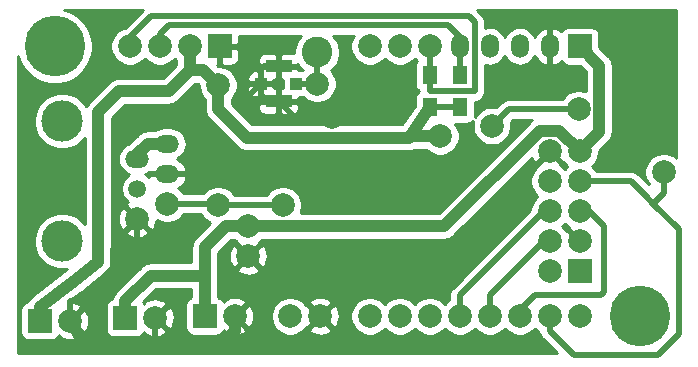
<source format=gbr>
%TF.GenerationSoftware,KiCad,Pcbnew,5.1.7-a382d34a8~87~ubuntu20.04.1*%
%TF.CreationDate,2021-02-22T15:40:43+01:00*%
%TF.ProjectId,smartyreader_ng_lora,736d6172-7479-4726-9561-6465725f6e67,rev?*%
%TF.SameCoordinates,Original*%
%TF.FileFunction,Copper,L1,Top*%
%TF.FilePolarity,Positive*%
%FSLAX46Y46*%
G04 Gerber Fmt 4.6, Leading zero omitted, Abs format (unit mm)*
G04 Created by KiCad (PCBNEW 5.1.7-a382d34a8~87~ubuntu20.04.1) date 2021-02-22 15:40:43*
%MOMM*%
%LPD*%
G01*
G04 APERTURE LIST*
%TA.AperFunction,ComponentPad*%
%ADD10C,5.128260*%
%TD*%
%TA.AperFunction,ComponentPad*%
%ADD11C,2.600000*%
%TD*%
%TA.AperFunction,ComponentPad*%
%ADD12C,1.998980*%
%TD*%
%TA.AperFunction,ComponentPad*%
%ADD13R,1.998980X1.998980*%
%TD*%
%TA.AperFunction,SMDPad,CuDef*%
%ADD14R,1.000000X1.000000*%
%TD*%
%TA.AperFunction,SMDPad,CuDef*%
%ADD15R,2.200000X1.050000*%
%TD*%
%TA.AperFunction,ComponentPad*%
%ADD16O,1.500000X1.998980*%
%TD*%
%TA.AperFunction,SMDPad,CuDef*%
%ADD17R,1.300000X1.500000*%
%TD*%
%TA.AperFunction,ComponentPad*%
%ADD18C,1.500000*%
%TD*%
%TA.AperFunction,ComponentPad*%
%ADD19O,2.000000X1.500000*%
%TD*%
%TA.AperFunction,ComponentPad*%
%ADD20C,2.000000*%
%TD*%
%TA.AperFunction,ComponentPad*%
%ADD21C,3.500000*%
%TD*%
%TA.AperFunction,ViaPad*%
%ADD22C,2.000000*%
%TD*%
%TA.AperFunction,Conductor*%
%ADD23C,0.500000*%
%TD*%
%TA.AperFunction,Conductor*%
%ADD24C,1.000000*%
%TD*%
%TA.AperFunction,Conductor*%
%ADD25C,0.254000*%
%TD*%
%TA.AperFunction,Conductor*%
%ADD26C,0.100000*%
%TD*%
G04 APERTURE END LIST*
D10*
%TO.P,AD1,1*%
%TO.N,N/C*%
X104140000Y-107950000D03*
%TD*%
%TO.P,AD1,1*%
%TO.N,N/C*%
X153670000Y-130810000D03*
%TD*%
D11*
%TO.P,J7,1*%
%TO.N,Net-(J6-Pad1)*%
X126365000Y-108458000D03*
%TD*%
D12*
%TO.P,C3,2*%
%TO.N,~*%
X126619000Y-130810000D03*
%TO.P,C3,1*%
%TO.N,+3.3V*%
X124079000Y-130810000D03*
%TD*%
%TO.P,C1,2*%
%TO.N,~*%
X120523000Y-125730000D03*
%TO.P,C1,1*%
%TO.N,+5V*%
X120523000Y-123190000D03*
%TD*%
%TO.P,C2,2*%
%TO.N,~*%
X112649000Y-130937000D03*
D13*
%TO.P,C2,1*%
%TO.N,+5V*%
X110109000Y-130937000D03*
%TD*%
D12*
%TO.P,R4,2*%
%TO.N,Net-(J1-Pad5)*%
X117983000Y-121412000D03*
%TO.P,R4,1*%
%TO.N,+3.3V*%
X117983000Y-111252000D03*
%TD*%
D13*
%TO.P,J3,1*%
%TO.N,N/C*%
X148590000Y-127000000D03*
D12*
%TO.P,J3,2*%
X146050000Y-127000000D03*
%TO.P,J3,3*%
%TO.N,~*%
X148590000Y-124460000D03*
%TO.P,J3,4*%
%TO.N,Net-(J3-Pad4)*%
X146050000Y-124460000D03*
%TO.P,J3,5*%
%TO.N,Net-(J3-Pad5)*%
X148590000Y-121920000D03*
%TO.P,J3,6*%
%TO.N,Net-(J3-Pad6)*%
X146050000Y-121920000D03*
%TO.P,J3,7*%
%TO.N,Net-(J3-Pad7)*%
X148590000Y-119380000D03*
%TO.P,J3,8*%
%TO.N,N/C*%
X146050000Y-119380000D03*
%TO.P,J3,9*%
%TO.N,+5V*%
X148590000Y-116840000D03*
%TO.P,J3,10*%
%TO.N,~*%
X146050000Y-116840000D03*
%TD*%
D14*
%TO.P,J6,1*%
%TO.N,Net-(J6-Pad1)*%
X124587000Y-111125000D03*
%TO.P,J6,2*%
%TO.N,~*%
X121587000Y-111125000D03*
D15*
X123087000Y-109650000D03*
X123087000Y-112600000D03*
%TD*%
D12*
%TO.P,W1,16*%
%TO.N,+3.3V*%
X148590000Y-130810000D03*
%TO.P,W1,15*%
%TO.N,Net-(J3-Pad7)*%
X146050000Y-130810000D03*
%TO.P,W1,14*%
%TO.N,Net-(J3-Pad5)*%
X143510000Y-130810000D03*
%TO.P,W1,13*%
%TO.N,Net-(J3-Pad4)*%
X140970000Y-130810000D03*
%TO.P,W1,12*%
%TO.N,Net-(J3-Pad6)*%
X138430000Y-130810000D03*
%TO.P,W1,11*%
%TO.N,Net-(U1-Pad5)*%
X135890000Y-130810000D03*
%TO.P,W1,10*%
%TO.N,N/C*%
X133350000Y-130810000D03*
%TO.P,W1,9*%
X130810000Y-130810000D03*
D13*
%TO.P,W1,1*%
%TO.N,+5V*%
X148590000Y-107950000D03*
D16*
%TO.P,W1,2*%
%TO.N,~*%
X146050000Y-107950000D03*
%TO.P,W1,3*%
%TO.N,Net-(JP1-Pad1)*%
X143510000Y-107950000D03*
%TO.P,W1,4*%
%TO.N,Net-(JP2-Pad1)*%
X140970000Y-107950000D03*
%TO.P,W1,5*%
%TO.N,Net-(J2-Pad3)*%
X138430000Y-107950000D03*
D12*
%TO.P,W1,6*%
%TO.N,Net-(J2-Pad4)*%
X135890000Y-107950000D03*
%TO.P,W1,7*%
%TO.N,Net-(J1-Pad5)*%
X133350000Y-107950000D03*
%TO.P,W1,8*%
%TO.N,N/C*%
X130810000Y-107950000D03*
%TD*%
%TO.P,J2,4*%
%TO.N,Net-(J2-Pad4)*%
X110490000Y-107950000D03*
%TO.P,J2,3*%
%TO.N,Net-(J2-Pad3)*%
X113030000Y-107950000D03*
%TO.P,J2,2*%
%TO.N,+3.3V*%
X115570000Y-107950000D03*
D13*
%TO.P,J2,1*%
%TO.N,~*%
X118110000Y-107950000D03*
%TD*%
D12*
%TO.P,J4,2*%
%TO.N,~*%
X105410000Y-131191000D03*
D13*
%TO.P,J4,1*%
%TO.N,+3.3V*%
X102870000Y-131191000D03*
%TD*%
%TO.P,J5,1*%
%TO.N,+5V*%
X116840000Y-130810000D03*
D12*
%TO.P,J5,2*%
%TO.N,~*%
X119380000Y-130810000D03*
%TD*%
D17*
%TO.P,R5,2*%
%TO.N,Net-(J2-Pad3)*%
X138430000Y-110410000D03*
%TO.P,R5,1*%
%TO.N,+3.3V*%
X138430000Y-113110000D03*
%TD*%
%TO.P,R6,2*%
%TO.N,Net-(J2-Pad4)*%
X135890000Y-110410000D03*
%TO.P,R6,1*%
%TO.N,+3.3V*%
X135890000Y-113110000D03*
%TD*%
D18*
%TO.P,J1,4*%
%TO.N,N/C*%
X111125000Y-120015000D03*
D19*
%TO.P,J1,2*%
%TO.N,+5V*%
X111125000Y-117475000D03*
D20*
%TO.P,J1,6*%
%TO.N,~*%
X111125000Y-122555000D03*
D19*
%TO.P,J1,1*%
%TO.N,+5V*%
X113665000Y-116205000D03*
%TO.P,J1,3*%
%TO.N,~*%
X113665000Y-118745000D03*
D20*
%TO.P,J1,5*%
%TO.N,Net-(J1-Pad5)*%
X113665000Y-121285000D03*
D21*
%TO.P,J1,8*%
%TO.N,N/C*%
X104775000Y-124460000D03*
%TO.P,J1,7*%
X104775000Y-114300000D03*
%TD*%
D22*
%TO.N,Net-(J1-Pad5)*%
X123444000Y-121412000D03*
%TO.N,Net-(J3-Pad7)*%
X141154261Y-114700582D03*
X148491000Y-113284000D03*
X155702000Y-118618000D03*
%TO.N,~*%
X120523000Y-113030000D03*
X152908000Y-107061000D03*
X152908000Y-115189000D03*
X127635000Y-113947000D03*
%TO.N,Net-(J6-Pad1)*%
X126365000Y-111125000D03*
%TO.N,+3.3V*%
X136779000Y-115570000D03*
%TD*%
D23*
%TO.N,Net-(J1-Pad5)*%
X117856000Y-121285000D02*
X117983000Y-121412000D01*
X113665000Y-121285000D02*
X117856000Y-121285000D01*
X117983000Y-121412000D02*
X123444000Y-121412000D01*
%TO.N,Net-(J2-Pad3)*%
X138430000Y-110410000D02*
X138430000Y-107950000D01*
X113030000Y-107950000D02*
X113030000Y-106934000D01*
X137414000Y-106172000D02*
X138430000Y-107188000D01*
X113792000Y-106172000D02*
X137414000Y-106172000D01*
X113030000Y-106934000D02*
X113792000Y-106172000D01*
X138430000Y-107188000D02*
X138430000Y-107950000D01*
%TO.N,Net-(J2-Pad4)*%
X139700000Y-105918000D02*
X139700000Y-110744000D01*
X139203998Y-105421998D02*
X139700000Y-105918000D01*
X112256002Y-105421998D02*
X139203998Y-105421998D01*
X110490000Y-107188000D02*
X112256002Y-105421998D01*
X135890000Y-111760000D02*
X135890000Y-110410000D01*
X138176000Y-111760000D02*
X135890000Y-111760000D01*
X110490000Y-107950000D02*
X110490000Y-107188000D01*
X135890000Y-110410000D02*
X135890000Y-107950000D01*
X139700000Y-111760000D02*
X138176000Y-111760000D01*
X139700000Y-110744000D02*
X139700000Y-111760000D01*
%TO.N,Net-(J3-Pad4)*%
X140970000Y-130810000D02*
X140970000Y-129032000D01*
X140970000Y-129032000D02*
X145542000Y-124460000D01*
X145542000Y-124460000D02*
X146050000Y-124460000D01*
%TO.N,Net-(J3-Pad5)*%
X143510000Y-130810000D02*
X143510000Y-130302000D01*
X143510000Y-130302000D02*
X144780000Y-129032000D01*
X144780000Y-129032000D02*
X150368000Y-129032000D01*
X150368000Y-129032000D02*
X150622000Y-128778000D01*
X150622000Y-128778000D02*
X150622000Y-123190000D01*
X150622000Y-123190000D02*
X149352000Y-121920000D01*
X149352000Y-121920000D02*
X148590000Y-121920000D01*
%TO.N,Net-(J3-Pad6)*%
X138430000Y-130810000D02*
X138430000Y-129032000D01*
X138430000Y-129032000D02*
X145542000Y-121920000D01*
X145542000Y-121920000D02*
X146050000Y-121920000D01*
X138430000Y-130810000D02*
X138430000Y-131318000D01*
%TO.N,Net-(J3-Pad7)*%
X154178000Y-120650000D02*
X152908000Y-119380000D01*
X146050000Y-132080000D02*
X148082000Y-134112000D01*
X148082000Y-134112000D02*
X155194000Y-134112000D01*
X155194000Y-134112000D02*
X156972000Y-132334000D01*
X156972000Y-132334000D02*
X156972000Y-123444000D01*
X146050000Y-130810000D02*
X146050000Y-132080000D01*
X152908000Y-119380000D02*
X148590000Y-119380000D01*
X142570843Y-113284000D02*
X148491000Y-113284000D01*
X141154261Y-114700582D02*
X142570843Y-113284000D01*
X155702000Y-120396000D02*
X154813000Y-121285000D01*
X155702000Y-118618000D02*
X155702000Y-120396000D01*
X154813000Y-121285000D02*
X154178000Y-120650000D01*
X156972000Y-123444000D02*
X154813000Y-121285000D01*
D24*
%TO.N,~*%
X119380000Y-132080000D02*
X119380000Y-130810000D01*
X118110000Y-133350000D02*
X119380000Y-132080000D01*
X105410000Y-131191000D02*
X106807000Y-133350000D01*
D23*
X105410000Y-131191000D02*
X105410000Y-129540000D01*
X105410000Y-129540000D02*
X106299000Y-129540000D01*
X111125000Y-124714000D02*
X111125000Y-122555000D01*
X106299000Y-129540000D02*
X111125000Y-124714000D01*
X112649000Y-133223000D02*
X112776000Y-133350000D01*
X112649000Y-130937000D02*
X112649000Y-133223000D01*
D24*
X112776000Y-133350000D02*
X118110000Y-133350000D01*
X106807000Y-133350000D02*
X112776000Y-133350000D01*
D23*
X120523000Y-112189000D02*
X121587000Y-111125000D01*
X120523000Y-113030000D02*
X120523000Y-112189000D01*
X121587000Y-111125000D02*
X121587000Y-109934000D01*
X121871000Y-109650000D02*
X123087000Y-109650000D01*
X121587000Y-109934000D02*
X121871000Y-109650000D01*
X121587000Y-111125000D02*
X121587000Y-112062000D01*
X122125000Y-112600000D02*
X123087000Y-112600000D01*
X121587000Y-112062000D02*
X122125000Y-112600000D01*
X152908000Y-107061000D02*
X152908000Y-115189000D01*
X124434000Y-113947000D02*
X127635000Y-113947000D01*
X123087000Y-112600000D02*
X124434000Y-113947000D01*
%TO.N,Net-(J6-Pad1)*%
X124587000Y-111125000D02*
X126365000Y-111125000D01*
X126365000Y-111125000D02*
X126365000Y-108458000D01*
%TO.N,Net-(JP2-Pad1)*%
X140970000Y-107950000D02*
X140970000Y-108712000D01*
D24*
%TO.N,+5V*%
X116840000Y-130810000D02*
X116840000Y-130302000D01*
X111125000Y-117475000D02*
X111125000Y-117094000D01*
X112014000Y-116205000D02*
X113665000Y-116205000D01*
X111125000Y-117094000D02*
X112014000Y-116205000D01*
X110109000Y-130937000D02*
X110109000Y-129540000D01*
X112268000Y-127381000D02*
X116840000Y-127381000D01*
X110109000Y-129540000D02*
X112268000Y-127381000D01*
X116840000Y-130810000D02*
X116840000Y-127381000D01*
X148590000Y-116840000D02*
X150241000Y-115189000D01*
X150241000Y-109601000D02*
X148590000Y-107950000D01*
X150241000Y-115189000D02*
X150241000Y-109601000D01*
X116840000Y-127381000D02*
X116840000Y-124968000D01*
X118618000Y-123190000D02*
X120523000Y-123190000D01*
X116840000Y-124968000D02*
X118618000Y-123190000D01*
X146840509Y-115090509D02*
X148590000Y-116840000D01*
X145210243Y-115090509D02*
X146840509Y-115090509D01*
X137110752Y-123190000D02*
X145210243Y-115090509D01*
X120523000Y-123190000D02*
X137110752Y-123190000D01*
D23*
%TO.N,+3.3V*%
X135890000Y-113110000D02*
X138430000Y-113110000D01*
D24*
X148590000Y-130810000D02*
X149098000Y-130810000D01*
X148590000Y-130810000D02*
X148670000Y-130810000D01*
X115570000Y-109982000D02*
X115570000Y-107950000D01*
X116713000Y-109982000D02*
X115570000Y-109982000D01*
X117983000Y-111252000D02*
X116713000Y-109982000D01*
X109601000Y-111760000D02*
X113792000Y-111760000D01*
X107823000Y-113538000D02*
X109601000Y-111760000D01*
X107823000Y-123825000D02*
X107823000Y-113538000D01*
X107787282Y-126202282D02*
X107823000Y-123825000D01*
X105664000Y-127889000D02*
X107787282Y-126202282D01*
X113792000Y-111760000D02*
X115570000Y-109982000D01*
X102870000Y-130048000D02*
X105664000Y-127889000D01*
X102870000Y-131191000D02*
X102870000Y-130048000D01*
X134112000Y-115697000D02*
X135890000Y-113110000D01*
X120396000Y-115697000D02*
X134112000Y-115697000D01*
X117983000Y-113284000D02*
X120396000Y-115697000D01*
X117983000Y-111252000D02*
X117983000Y-113284000D01*
X134239000Y-115570000D02*
X134112000Y-115697000D01*
X136779000Y-115570000D02*
X134239000Y-115570000D01*
%TD*%
D25*
%TO.N,~*%
X110056756Y-106369666D02*
X110013237Y-106378322D01*
X109715778Y-106501533D01*
X109448073Y-106680408D01*
X109220408Y-106908073D01*
X109041533Y-107175778D01*
X108918322Y-107473237D01*
X108855510Y-107789017D01*
X108855510Y-108110983D01*
X108918322Y-108426763D01*
X109041533Y-108724222D01*
X109220408Y-108991927D01*
X109448073Y-109219592D01*
X109715778Y-109398467D01*
X110013237Y-109521678D01*
X110329017Y-109584490D01*
X110650983Y-109584490D01*
X110966763Y-109521678D01*
X111264222Y-109398467D01*
X111531927Y-109219592D01*
X111759592Y-108991927D01*
X111760000Y-108991316D01*
X111760408Y-108991927D01*
X111988073Y-109219592D01*
X112255778Y-109398467D01*
X112553237Y-109521678D01*
X112869017Y-109584490D01*
X113190983Y-109584490D01*
X113506763Y-109521678D01*
X113804222Y-109398467D01*
X114071927Y-109219592D01*
X114299592Y-108991927D01*
X114300000Y-108991316D01*
X114300408Y-108991927D01*
X114435000Y-109126519D01*
X114435000Y-109511867D01*
X113321869Y-110625000D01*
X109656752Y-110625000D01*
X109601000Y-110619509D01*
X109545248Y-110625000D01*
X109378501Y-110641423D01*
X109164553Y-110706324D01*
X108967377Y-110811716D01*
X108837856Y-110918011D01*
X108837854Y-110918013D01*
X108794551Y-110953551D01*
X108759013Y-110996854D01*
X107059860Y-112696009D01*
X107016552Y-112731551D01*
X106874717Y-112904377D01*
X106857542Y-112936510D01*
X106801907Y-113040595D01*
X106627550Y-112779651D01*
X106295349Y-112447450D01*
X105904721Y-112186440D01*
X105470679Y-112006654D01*
X105009902Y-111915000D01*
X104540098Y-111915000D01*
X104079321Y-112006654D01*
X103645279Y-112186440D01*
X103254651Y-112447450D01*
X102922450Y-112779651D01*
X102661440Y-113170279D01*
X102481654Y-113604321D01*
X102390000Y-114065098D01*
X102390000Y-114534902D01*
X102481654Y-114995679D01*
X102661440Y-115429721D01*
X102922450Y-115820349D01*
X103254651Y-116152550D01*
X103645279Y-116413560D01*
X104079321Y-116593346D01*
X104540098Y-116685000D01*
X105009902Y-116685000D01*
X105470679Y-116593346D01*
X105904721Y-116413560D01*
X106295349Y-116152550D01*
X106627550Y-115820349D01*
X106688001Y-115729878D01*
X106688000Y-123030121D01*
X106627550Y-122939651D01*
X106295349Y-122607450D01*
X105904721Y-122346440D01*
X105470679Y-122166654D01*
X105009902Y-122075000D01*
X104540098Y-122075000D01*
X104079321Y-122166654D01*
X103645279Y-122346440D01*
X103254651Y-122607450D01*
X102922450Y-122939651D01*
X102661440Y-123330279D01*
X102481654Y-123764321D01*
X102390000Y-124225098D01*
X102390000Y-124694902D01*
X102481654Y-125155679D01*
X102661440Y-125589721D01*
X102922450Y-125980349D01*
X103254651Y-126312550D01*
X103645279Y-126573560D01*
X104079321Y-126753346D01*
X104540098Y-126845000D01*
X105009902Y-126845000D01*
X105201462Y-126806897D01*
X104964024Y-126995515D01*
X102251179Y-129091805D01*
X102236378Y-129099716D01*
X102162853Y-129160057D01*
X102131892Y-129183981D01*
X102119753Y-129195428D01*
X102063552Y-129241551D01*
X102038603Y-129271951D01*
X102009989Y-129298934D01*
X101967842Y-129358174D01*
X101921717Y-129414377D01*
X101903176Y-129449065D01*
X101880379Y-129481107D01*
X101850600Y-129547428D01*
X101846102Y-129555842D01*
X101746028Y-129565698D01*
X101626330Y-129602008D01*
X101516016Y-129660973D01*
X101419325Y-129740325D01*
X101339973Y-129837016D01*
X101281008Y-129947330D01*
X101244698Y-130067028D01*
X101232438Y-130191510D01*
X101232438Y-132190490D01*
X101244698Y-132314972D01*
X101281008Y-132434670D01*
X101339973Y-132544984D01*
X101419325Y-132641675D01*
X101516016Y-132721027D01*
X101626330Y-132779992D01*
X101746028Y-132816302D01*
X101870510Y-132828562D01*
X103869490Y-132828562D01*
X103993972Y-132816302D01*
X104113670Y-132779992D01*
X104223984Y-132721027D01*
X104320675Y-132641675D01*
X104400027Y-132544984D01*
X104458992Y-132434670D01*
X104474897Y-132382238D01*
X104550258Y-132590399D01*
X104839787Y-132731238D01*
X105151229Y-132812885D01*
X105472615Y-132832205D01*
X105791595Y-132788454D01*
X106095911Y-132683314D01*
X106269742Y-132590399D01*
X106365445Y-132326050D01*
X105410000Y-131370605D01*
X105395858Y-131384748D01*
X105216253Y-131205143D01*
X105230395Y-131191000D01*
X105589605Y-131191000D01*
X106545050Y-132146445D01*
X106809399Y-132050742D01*
X106950238Y-131761213D01*
X107031885Y-131449771D01*
X107051205Y-131128385D01*
X107007454Y-130809405D01*
X106902314Y-130505089D01*
X106809399Y-130331258D01*
X106545050Y-130235555D01*
X105589605Y-131191000D01*
X105230395Y-131191000D01*
X105216253Y-131176858D01*
X105395858Y-130997253D01*
X105410000Y-131011395D01*
X106365445Y-130055950D01*
X106269742Y-129791601D01*
X105980213Y-129650762D01*
X105668771Y-129569115D01*
X105369283Y-129551111D01*
X106319929Y-128816522D01*
X106326331Y-128812390D01*
X106363954Y-128782503D01*
X106402108Y-128753020D01*
X106407671Y-128747774D01*
X108406140Y-127160207D01*
X108406587Y-127159977D01*
X108492682Y-127091459D01*
X108536921Y-127056316D01*
X108537292Y-127055957D01*
X108581524Y-127020755D01*
X108617385Y-126978374D01*
X108657270Y-126939738D01*
X108689423Y-126893236D01*
X108725940Y-126850079D01*
X108752848Y-126801507D01*
X108784423Y-126755841D01*
X108806886Y-126703963D01*
X108834282Y-126654509D01*
X108851195Y-126601629D01*
X108873258Y-126550673D01*
X108885169Y-126495404D01*
X108902390Y-126441560D01*
X108908661Y-126386395D01*
X108920359Y-126332115D01*
X108921259Y-126275584D01*
X108921316Y-126275078D01*
X108922154Y-126219329D01*
X108923916Y-126108568D01*
X108923825Y-126108070D01*
X108957162Y-123889259D01*
X108958000Y-123880752D01*
X108958000Y-123833495D01*
X108958709Y-123786306D01*
X108958000Y-123777799D01*
X108958000Y-123690413D01*
X110169192Y-123690413D01*
X110264956Y-123954814D01*
X110554571Y-124095704D01*
X110866108Y-124177384D01*
X111187595Y-124196718D01*
X111506675Y-124152961D01*
X111811088Y-124047795D01*
X111985044Y-123954814D01*
X112080808Y-123690413D01*
X111125000Y-122734605D01*
X110169192Y-123690413D01*
X108958000Y-123690413D01*
X108958000Y-122617595D01*
X109483282Y-122617595D01*
X109527039Y-122936675D01*
X109632205Y-123241088D01*
X109725186Y-123415044D01*
X109989587Y-123510808D01*
X110945395Y-122555000D01*
X109989587Y-121599192D01*
X109725186Y-121694956D01*
X109584296Y-121984571D01*
X109502616Y-122296108D01*
X109483282Y-122617595D01*
X108958000Y-122617595D01*
X108958000Y-114008131D01*
X110071133Y-112895000D01*
X113736249Y-112895000D01*
X113792000Y-112900491D01*
X113847751Y-112895000D01*
X113847752Y-112895000D01*
X114014499Y-112878577D01*
X114228447Y-112813676D01*
X114425623Y-112708284D01*
X114598449Y-112566449D01*
X114633995Y-112523136D01*
X116040133Y-111117000D01*
X116242869Y-111117000D01*
X116348510Y-111222641D01*
X116348510Y-111412983D01*
X116411322Y-111728763D01*
X116534533Y-112026222D01*
X116713408Y-112293927D01*
X116848001Y-112428520D01*
X116848001Y-113228239D01*
X116842509Y-113284000D01*
X116864423Y-113506498D01*
X116929324Y-113720446D01*
X116978384Y-113812230D01*
X117034717Y-113917623D01*
X117176552Y-114090449D01*
X117219860Y-114125991D01*
X119554009Y-116460141D01*
X119589551Y-116503449D01*
X119762377Y-116645284D01*
X119959553Y-116750676D01*
X120173501Y-116815577D01*
X120340248Y-116832000D01*
X120340257Y-116832000D01*
X120395999Y-116837490D01*
X120451741Y-116832000D01*
X134048802Y-116832000D01*
X134097071Y-116837393D01*
X134104538Y-116836756D01*
X134112000Y-116837491D01*
X134167751Y-116832000D01*
X134167752Y-116832000D01*
X134215900Y-116827258D01*
X134319836Y-116818393D01*
X134327033Y-116816312D01*
X134334499Y-116815577D01*
X134434409Y-116785269D01*
X134534616Y-116756299D01*
X134541272Y-116752853D01*
X134548447Y-116750676D01*
X134633901Y-116705000D01*
X135601761Y-116705000D01*
X135736748Y-116839987D01*
X136004537Y-117018918D01*
X136302088Y-117142168D01*
X136617967Y-117205000D01*
X136940033Y-117205000D01*
X137255912Y-117142168D01*
X137553463Y-117018918D01*
X137821252Y-116839987D01*
X138048987Y-116612252D01*
X138227918Y-116344463D01*
X138351168Y-116046912D01*
X138414000Y-115731033D01*
X138414000Y-115408967D01*
X138351168Y-115093088D01*
X138227918Y-114795537D01*
X138048987Y-114527748D01*
X138019311Y-114498072D01*
X139080000Y-114498072D01*
X139204482Y-114485812D01*
X139324180Y-114449502D01*
X139434494Y-114390537D01*
X139531185Y-114311185D01*
X139575402Y-114257306D01*
X139519261Y-114539549D01*
X139519261Y-114861615D01*
X139582093Y-115177494D01*
X139705343Y-115475045D01*
X139884274Y-115742834D01*
X140112009Y-115970569D01*
X140379798Y-116149500D01*
X140677349Y-116272750D01*
X140993228Y-116335582D01*
X141315294Y-116335582D01*
X141631173Y-116272750D01*
X141928724Y-116149500D01*
X142196513Y-115970569D01*
X142424248Y-115742834D01*
X142603179Y-115475045D01*
X142726429Y-115177494D01*
X142789261Y-114861615D01*
X142789261Y-114539549D01*
X142752365Y-114354057D01*
X142937422Y-114169000D01*
X144543995Y-114169000D01*
X144403794Y-114284060D01*
X144368252Y-114327368D01*
X136640621Y-122055000D01*
X124947372Y-122055000D01*
X125016168Y-121888912D01*
X125079000Y-121573033D01*
X125079000Y-121250967D01*
X125016168Y-120935088D01*
X124892918Y-120637537D01*
X124713987Y-120369748D01*
X124486252Y-120142013D01*
X124218463Y-119963082D01*
X123920912Y-119839832D01*
X123605033Y-119777000D01*
X123282967Y-119777000D01*
X122967088Y-119839832D01*
X122669537Y-119963082D01*
X122401748Y-120142013D01*
X122174013Y-120369748D01*
X122068941Y-120527000D01*
X119357447Y-120527000D01*
X119252592Y-120370073D01*
X119024927Y-120142408D01*
X118757222Y-119963533D01*
X118459763Y-119840322D01*
X118143983Y-119777510D01*
X117822017Y-119777510D01*
X117506237Y-119840322D01*
X117208778Y-119963533D01*
X116941073Y-120142408D01*
X116713408Y-120370073D01*
X116693411Y-120400000D01*
X115040059Y-120400000D01*
X114934987Y-120242748D01*
X114707252Y-120015013D01*
X114609246Y-119949527D01*
X114768634Y-119849658D01*
X114967740Y-119661897D01*
X115126390Y-119438900D01*
X115238487Y-119189236D01*
X115257318Y-119086185D01*
X115134656Y-118872000D01*
X113792000Y-118872000D01*
X113792000Y-118892000D01*
X113538000Y-118892000D01*
X113538000Y-118872000D01*
X112195344Y-118872000D01*
X112102611Y-119033926D01*
X112007886Y-118939201D01*
X111792901Y-118795552D01*
X111907581Y-118760764D01*
X112148188Y-118632157D01*
X112185782Y-118601304D01*
X112195344Y-118618000D01*
X113538000Y-118618000D01*
X113538000Y-118598000D01*
X113792000Y-118598000D01*
X113792000Y-118618000D01*
X115134656Y-118618000D01*
X115257318Y-118403815D01*
X115238487Y-118300764D01*
X115126390Y-118051100D01*
X114967740Y-117828103D01*
X114768634Y-117640342D01*
X114536724Y-117495032D01*
X114479972Y-117473451D01*
X114688188Y-117362157D01*
X114899081Y-117189081D01*
X115072157Y-116978188D01*
X115200764Y-116737581D01*
X115279960Y-116476507D01*
X115306701Y-116205000D01*
X115279960Y-115933493D01*
X115200764Y-115672419D01*
X115072157Y-115431812D01*
X114899081Y-115220919D01*
X114688188Y-115047843D01*
X114447581Y-114919236D01*
X114186507Y-114840040D01*
X113983037Y-114820000D01*
X113346963Y-114820000D01*
X113143493Y-114840040D01*
X112882419Y-114919236D01*
X112641812Y-115047843D01*
X112614814Y-115070000D01*
X112069752Y-115070000D01*
X112014000Y-115064509D01*
X111958248Y-115070000D01*
X111791501Y-115086423D01*
X111577553Y-115151324D01*
X111380377Y-115256716D01*
X111207551Y-115398551D01*
X111172008Y-115441860D01*
X110460432Y-116153437D01*
X110342419Y-116189236D01*
X110101812Y-116317843D01*
X109890919Y-116490919D01*
X109717843Y-116701812D01*
X109589236Y-116942419D01*
X109510040Y-117203493D01*
X109483299Y-117475000D01*
X109510040Y-117746507D01*
X109589236Y-118007581D01*
X109717843Y-118248188D01*
X109890919Y-118459081D01*
X110101812Y-118632157D01*
X110342419Y-118760764D01*
X110457099Y-118795552D01*
X110242114Y-118939201D01*
X110049201Y-119132114D01*
X109897629Y-119358957D01*
X109793225Y-119611011D01*
X109740000Y-119878589D01*
X109740000Y-120151411D01*
X109793225Y-120418989D01*
X109897629Y-120671043D01*
X110049201Y-120897886D01*
X110242114Y-121090799D01*
X110305801Y-121133354D01*
X110264956Y-121155186D01*
X110169192Y-121419587D01*
X111125000Y-122375395D01*
X111139143Y-122361253D01*
X111318748Y-122540858D01*
X111304605Y-122555000D01*
X112260413Y-123510808D01*
X112524814Y-123415044D01*
X112665704Y-123125429D01*
X112747384Y-122813892D01*
X112757538Y-122645051D01*
X112890537Y-122733918D01*
X113188088Y-122857168D01*
X113503967Y-122920000D01*
X113826033Y-122920000D01*
X114141912Y-122857168D01*
X114439463Y-122733918D01*
X114707252Y-122554987D01*
X114934987Y-122327252D01*
X115040059Y-122170000D01*
X116527814Y-122170000D01*
X116534533Y-122186222D01*
X116713408Y-122453927D01*
X116941073Y-122681592D01*
X117208778Y-122860467D01*
X117303264Y-122899604D01*
X116076860Y-124126009D01*
X116033552Y-124161551D01*
X115891717Y-124334377D01*
X115858039Y-124397385D01*
X115786324Y-124531554D01*
X115721423Y-124745502D01*
X115699509Y-124968000D01*
X115705001Y-125023761D01*
X115705000Y-126246000D01*
X112323751Y-126246000D01*
X112267999Y-126240509D01*
X112212248Y-126246000D01*
X112045501Y-126262423D01*
X111831553Y-126327324D01*
X111634377Y-126432716D01*
X111461551Y-126574551D01*
X111426009Y-126617859D01*
X109345860Y-128698009D01*
X109302552Y-128733551D01*
X109160717Y-128906377D01*
X109055324Y-129103553D01*
X108992404Y-129310972D01*
X108985028Y-129311698D01*
X108865330Y-129348008D01*
X108755016Y-129406973D01*
X108658325Y-129486325D01*
X108578973Y-129583016D01*
X108520008Y-129693330D01*
X108483698Y-129813028D01*
X108471438Y-129937510D01*
X108471438Y-131936490D01*
X108483698Y-132060972D01*
X108520008Y-132180670D01*
X108578973Y-132290984D01*
X108658325Y-132387675D01*
X108755016Y-132467027D01*
X108865330Y-132525992D01*
X108985028Y-132562302D01*
X109109510Y-132574562D01*
X111108490Y-132574562D01*
X111232972Y-132562302D01*
X111352670Y-132525992D01*
X111462984Y-132467027D01*
X111559675Y-132387675D01*
X111639027Y-132290984D01*
X111697992Y-132180670D01*
X111713897Y-132128238D01*
X111789258Y-132336399D01*
X112078787Y-132477238D01*
X112390229Y-132558885D01*
X112711615Y-132578205D01*
X113030595Y-132534454D01*
X113334911Y-132429314D01*
X113508742Y-132336399D01*
X113604445Y-132072050D01*
X112649000Y-131116605D01*
X112634858Y-131130748D01*
X112455253Y-130951143D01*
X112469395Y-130937000D01*
X112828605Y-130937000D01*
X113784050Y-131892445D01*
X114048399Y-131796742D01*
X114189238Y-131507213D01*
X114270885Y-131195771D01*
X114290205Y-130874385D01*
X114246454Y-130555405D01*
X114141314Y-130251089D01*
X114048399Y-130077258D01*
X113784050Y-129981555D01*
X112828605Y-130937000D01*
X112469395Y-130937000D01*
X112455253Y-130922858D01*
X112634858Y-130743253D01*
X112649000Y-130757395D01*
X113604445Y-129801950D01*
X113508742Y-129537601D01*
X113219213Y-129396762D01*
X112907771Y-129315115D01*
X112586385Y-129295795D01*
X112267405Y-129339546D01*
X111963089Y-129444686D01*
X111789258Y-129537601D01*
X111713897Y-129745762D01*
X111697992Y-129693330D01*
X111650204Y-129603927D01*
X112738132Y-128516000D01*
X115705001Y-128516000D01*
X115705000Y-129188043D01*
X115596330Y-129221008D01*
X115486016Y-129279973D01*
X115389325Y-129359325D01*
X115309973Y-129456016D01*
X115251008Y-129566330D01*
X115214698Y-129686028D01*
X115202438Y-129810510D01*
X115202438Y-131809490D01*
X115214698Y-131933972D01*
X115251008Y-132053670D01*
X115309973Y-132163984D01*
X115389325Y-132260675D01*
X115486016Y-132340027D01*
X115596330Y-132398992D01*
X115716028Y-132435302D01*
X115840510Y-132447562D01*
X117839490Y-132447562D01*
X117963972Y-132435302D01*
X118083670Y-132398992D01*
X118193984Y-132340027D01*
X118290675Y-132260675D01*
X118370027Y-132163984D01*
X118428992Y-132053670D01*
X118444897Y-132001238D01*
X118520258Y-132209399D01*
X118809787Y-132350238D01*
X119121229Y-132431885D01*
X119442615Y-132451205D01*
X119761595Y-132407454D01*
X120065911Y-132302314D01*
X120239742Y-132209399D01*
X120335445Y-131945050D01*
X119380000Y-130989605D01*
X119365858Y-131003748D01*
X119186253Y-130824143D01*
X119200395Y-130810000D01*
X119559605Y-130810000D01*
X120515050Y-131765445D01*
X120779399Y-131669742D01*
X120920238Y-131380213D01*
X121001885Y-131068771D01*
X121021205Y-130747385D01*
X121007713Y-130649017D01*
X122444510Y-130649017D01*
X122444510Y-130970983D01*
X122507322Y-131286763D01*
X122630533Y-131584222D01*
X122809408Y-131851927D01*
X123037073Y-132079592D01*
X123304778Y-132258467D01*
X123602237Y-132381678D01*
X123918017Y-132444490D01*
X124239983Y-132444490D01*
X124555763Y-132381678D01*
X124853222Y-132258467D01*
X125120927Y-132079592D01*
X125255469Y-131945050D01*
X125663555Y-131945050D01*
X125759258Y-132209399D01*
X126048787Y-132350238D01*
X126360229Y-132431885D01*
X126681615Y-132451205D01*
X127000595Y-132407454D01*
X127304911Y-132302314D01*
X127478742Y-132209399D01*
X127574445Y-131945050D01*
X126619000Y-130989605D01*
X125663555Y-131945050D01*
X125255469Y-131945050D01*
X125348592Y-131851927D01*
X125421487Y-131742831D01*
X125483950Y-131765445D01*
X126439395Y-130810000D01*
X126798605Y-130810000D01*
X127754050Y-131765445D01*
X128018399Y-131669742D01*
X128159238Y-131380213D01*
X128240885Y-131068771D01*
X128260205Y-130747385D01*
X128216454Y-130428405D01*
X128111314Y-130124089D01*
X128018399Y-129950258D01*
X127754050Y-129854555D01*
X126798605Y-130810000D01*
X126439395Y-130810000D01*
X125483950Y-129854555D01*
X125421487Y-129877169D01*
X125348592Y-129768073D01*
X125255469Y-129674950D01*
X125663555Y-129674950D01*
X126619000Y-130630395D01*
X127574445Y-129674950D01*
X127478742Y-129410601D01*
X127189213Y-129269762D01*
X126877771Y-129188115D01*
X126556385Y-129168795D01*
X126237405Y-129212546D01*
X125933089Y-129317686D01*
X125759258Y-129410601D01*
X125663555Y-129674950D01*
X125255469Y-129674950D01*
X125120927Y-129540408D01*
X124853222Y-129361533D01*
X124555763Y-129238322D01*
X124239983Y-129175510D01*
X123918017Y-129175510D01*
X123602237Y-129238322D01*
X123304778Y-129361533D01*
X123037073Y-129540408D01*
X122809408Y-129768073D01*
X122630533Y-130035778D01*
X122507322Y-130333237D01*
X122444510Y-130649017D01*
X121007713Y-130649017D01*
X120977454Y-130428405D01*
X120872314Y-130124089D01*
X120779399Y-129950258D01*
X120515050Y-129854555D01*
X119559605Y-130810000D01*
X119200395Y-130810000D01*
X119186253Y-130795858D01*
X119365858Y-130616253D01*
X119380000Y-130630395D01*
X120335445Y-129674950D01*
X120239742Y-129410601D01*
X119950213Y-129269762D01*
X119638771Y-129188115D01*
X119317385Y-129168795D01*
X118998405Y-129212546D01*
X118694089Y-129317686D01*
X118520258Y-129410601D01*
X118444897Y-129618762D01*
X118428992Y-129566330D01*
X118370027Y-129456016D01*
X118290675Y-129359325D01*
X118193984Y-129279973D01*
X118083670Y-129221008D01*
X117975000Y-129188043D01*
X117975000Y-127436751D01*
X117980491Y-127381000D01*
X117975000Y-127325248D01*
X117975000Y-126865050D01*
X119567555Y-126865050D01*
X119663258Y-127129399D01*
X119952787Y-127270238D01*
X120264229Y-127351885D01*
X120585615Y-127371205D01*
X120904595Y-127327454D01*
X121208911Y-127222314D01*
X121382742Y-127129399D01*
X121478445Y-126865050D01*
X120523000Y-125909605D01*
X119567555Y-126865050D01*
X117975000Y-126865050D01*
X117975000Y-125792615D01*
X118881795Y-125792615D01*
X118925546Y-126111595D01*
X119030686Y-126415911D01*
X119123601Y-126589742D01*
X119387950Y-126685445D01*
X120343395Y-125730000D01*
X120702605Y-125730000D01*
X121658050Y-126685445D01*
X121922399Y-126589742D01*
X122063238Y-126300213D01*
X122144885Y-125988771D01*
X122164205Y-125667385D01*
X122120454Y-125348405D01*
X122015314Y-125044089D01*
X121922399Y-124870258D01*
X121658050Y-124774555D01*
X120702605Y-125730000D01*
X120343395Y-125730000D01*
X119387950Y-124774555D01*
X119123601Y-124870258D01*
X118982762Y-125159787D01*
X118901115Y-125471229D01*
X118881795Y-125792615D01*
X117975000Y-125792615D01*
X117975000Y-125438131D01*
X119088133Y-124325000D01*
X119346481Y-124325000D01*
X119481073Y-124459592D01*
X119590169Y-124532487D01*
X119567555Y-124594950D01*
X120523000Y-125550395D01*
X121478445Y-124594950D01*
X121455831Y-124532487D01*
X121564927Y-124459592D01*
X121699519Y-124325000D01*
X137055001Y-124325000D01*
X137110752Y-124330491D01*
X137166503Y-124325000D01*
X137166504Y-124325000D01*
X137333251Y-124308577D01*
X137547199Y-124243676D01*
X137744375Y-124138284D01*
X137917201Y-123996449D01*
X137952748Y-123953135D01*
X144512053Y-117393831D01*
X144557686Y-117525911D01*
X144650601Y-117699742D01*
X144914950Y-117795445D01*
X145870395Y-116840000D01*
X145856253Y-116825858D01*
X146035858Y-116646253D01*
X146050000Y-116660395D01*
X146064143Y-116646253D01*
X146243748Y-116825858D01*
X146229605Y-116840000D01*
X147185050Y-117795445D01*
X147247513Y-117772831D01*
X147320408Y-117881927D01*
X147548073Y-118109592D01*
X147548684Y-118110000D01*
X147548073Y-118110408D01*
X147320408Y-118338073D01*
X147320000Y-118338684D01*
X147319592Y-118338073D01*
X147091927Y-118110408D01*
X146982831Y-118037513D01*
X147005445Y-117975050D01*
X146050000Y-117019605D01*
X145094555Y-117975050D01*
X145117169Y-118037513D01*
X145008073Y-118110408D01*
X144780408Y-118338073D01*
X144601533Y-118605778D01*
X144478322Y-118903237D01*
X144415510Y-119219017D01*
X144415510Y-119540983D01*
X144478322Y-119856763D01*
X144601533Y-120154222D01*
X144780408Y-120421927D01*
X145008073Y-120649592D01*
X145008684Y-120650000D01*
X145008073Y-120650408D01*
X144780408Y-120878073D01*
X144601533Y-121145778D01*
X144478322Y-121443237D01*
X144415510Y-121759017D01*
X144415510Y-121794911D01*
X137834952Y-128375470D01*
X137801184Y-128403183D01*
X137773471Y-128436951D01*
X137773468Y-128436954D01*
X137690590Y-128537941D01*
X137608412Y-128691687D01*
X137557805Y-128858510D01*
X137540719Y-129032000D01*
X137545001Y-129075479D01*
X137545001Y-129435552D01*
X137388073Y-129540408D01*
X137160408Y-129768073D01*
X137160000Y-129768684D01*
X137159592Y-129768073D01*
X136931927Y-129540408D01*
X136664222Y-129361533D01*
X136366763Y-129238322D01*
X136050983Y-129175510D01*
X135729017Y-129175510D01*
X135413237Y-129238322D01*
X135115778Y-129361533D01*
X134848073Y-129540408D01*
X134620408Y-129768073D01*
X134620000Y-129768684D01*
X134619592Y-129768073D01*
X134391927Y-129540408D01*
X134124222Y-129361533D01*
X133826763Y-129238322D01*
X133510983Y-129175510D01*
X133189017Y-129175510D01*
X132873237Y-129238322D01*
X132575778Y-129361533D01*
X132308073Y-129540408D01*
X132080408Y-129768073D01*
X132080000Y-129768684D01*
X132079592Y-129768073D01*
X131851927Y-129540408D01*
X131584222Y-129361533D01*
X131286763Y-129238322D01*
X130970983Y-129175510D01*
X130649017Y-129175510D01*
X130333237Y-129238322D01*
X130035778Y-129361533D01*
X129768073Y-129540408D01*
X129540408Y-129768073D01*
X129361533Y-130035778D01*
X129238322Y-130333237D01*
X129175510Y-130649017D01*
X129175510Y-130970983D01*
X129238322Y-131286763D01*
X129361533Y-131584222D01*
X129540408Y-131851927D01*
X129768073Y-132079592D01*
X130035778Y-132258467D01*
X130333237Y-132381678D01*
X130649017Y-132444490D01*
X130970983Y-132444490D01*
X131286763Y-132381678D01*
X131584222Y-132258467D01*
X131851927Y-132079592D01*
X132079592Y-131851927D01*
X132080000Y-131851316D01*
X132080408Y-131851927D01*
X132308073Y-132079592D01*
X132575778Y-132258467D01*
X132873237Y-132381678D01*
X133189017Y-132444490D01*
X133510983Y-132444490D01*
X133826763Y-132381678D01*
X134124222Y-132258467D01*
X134391927Y-132079592D01*
X134619592Y-131851927D01*
X134620000Y-131851316D01*
X134620408Y-131851927D01*
X134848073Y-132079592D01*
X135115778Y-132258467D01*
X135413237Y-132381678D01*
X135729017Y-132444490D01*
X136050983Y-132444490D01*
X136366763Y-132381678D01*
X136664222Y-132258467D01*
X136931927Y-132079592D01*
X137159592Y-131851927D01*
X137160000Y-131851316D01*
X137160408Y-131851927D01*
X137388073Y-132079592D01*
X137655778Y-132258467D01*
X137953237Y-132381678D01*
X138269017Y-132444490D01*
X138590983Y-132444490D01*
X138906763Y-132381678D01*
X139204222Y-132258467D01*
X139471927Y-132079592D01*
X139699592Y-131851927D01*
X139700000Y-131851316D01*
X139700408Y-131851927D01*
X139928073Y-132079592D01*
X140195778Y-132258467D01*
X140493237Y-132381678D01*
X140809017Y-132444490D01*
X141130983Y-132444490D01*
X141446763Y-132381678D01*
X141744222Y-132258467D01*
X142011927Y-132079592D01*
X142239592Y-131851927D01*
X142240000Y-131851316D01*
X142240408Y-131851927D01*
X142468073Y-132079592D01*
X142735778Y-132258467D01*
X143033237Y-132381678D01*
X143349017Y-132444490D01*
X143670983Y-132444490D01*
X143986763Y-132381678D01*
X144284222Y-132258467D01*
X144551927Y-132079592D01*
X144779592Y-131851927D01*
X144780000Y-131851316D01*
X144780408Y-131851927D01*
X145008073Y-132079592D01*
X145171428Y-132188743D01*
X145177805Y-132253490D01*
X145228412Y-132420313D01*
X145310590Y-132574059D01*
X145393468Y-132675046D01*
X145393471Y-132675049D01*
X145421184Y-132708817D01*
X145454951Y-132736529D01*
X146628421Y-133910000D01*
X101040000Y-133910000D01*
X101040000Y-108763446D01*
X101063811Y-108883152D01*
X101304968Y-109465356D01*
X101655074Y-109989326D01*
X102100674Y-110434926D01*
X102624644Y-110785032D01*
X103206848Y-111026189D01*
X103824913Y-111149130D01*
X104455087Y-111149130D01*
X105073152Y-111026189D01*
X105655356Y-110785032D01*
X106179326Y-110434926D01*
X106624926Y-109989326D01*
X106975032Y-109465356D01*
X107216189Y-108883152D01*
X107339130Y-108265087D01*
X107339130Y-107634913D01*
X107216189Y-107016848D01*
X106975032Y-106434644D01*
X106624926Y-105910674D01*
X106179326Y-105465074D01*
X105655356Y-105114968D01*
X105073152Y-104873811D01*
X104953446Y-104850000D01*
X111576421Y-104850000D01*
X110056756Y-106369666D01*
%TA.AperFunction,Conductor*%
D26*
G36*
X110056756Y-106369666D02*
G01*
X110013237Y-106378322D01*
X109715778Y-106501533D01*
X109448073Y-106680408D01*
X109220408Y-106908073D01*
X109041533Y-107175778D01*
X108918322Y-107473237D01*
X108855510Y-107789017D01*
X108855510Y-108110983D01*
X108918322Y-108426763D01*
X109041533Y-108724222D01*
X109220408Y-108991927D01*
X109448073Y-109219592D01*
X109715778Y-109398467D01*
X110013237Y-109521678D01*
X110329017Y-109584490D01*
X110650983Y-109584490D01*
X110966763Y-109521678D01*
X111264222Y-109398467D01*
X111531927Y-109219592D01*
X111759592Y-108991927D01*
X111760000Y-108991316D01*
X111760408Y-108991927D01*
X111988073Y-109219592D01*
X112255778Y-109398467D01*
X112553237Y-109521678D01*
X112869017Y-109584490D01*
X113190983Y-109584490D01*
X113506763Y-109521678D01*
X113804222Y-109398467D01*
X114071927Y-109219592D01*
X114299592Y-108991927D01*
X114300000Y-108991316D01*
X114300408Y-108991927D01*
X114435000Y-109126519D01*
X114435000Y-109511867D01*
X113321869Y-110625000D01*
X109656752Y-110625000D01*
X109601000Y-110619509D01*
X109545248Y-110625000D01*
X109378501Y-110641423D01*
X109164553Y-110706324D01*
X108967377Y-110811716D01*
X108837856Y-110918011D01*
X108837854Y-110918013D01*
X108794551Y-110953551D01*
X108759013Y-110996854D01*
X107059860Y-112696009D01*
X107016552Y-112731551D01*
X106874717Y-112904377D01*
X106857542Y-112936510D01*
X106801907Y-113040595D01*
X106627550Y-112779651D01*
X106295349Y-112447450D01*
X105904721Y-112186440D01*
X105470679Y-112006654D01*
X105009902Y-111915000D01*
X104540098Y-111915000D01*
X104079321Y-112006654D01*
X103645279Y-112186440D01*
X103254651Y-112447450D01*
X102922450Y-112779651D01*
X102661440Y-113170279D01*
X102481654Y-113604321D01*
X102390000Y-114065098D01*
X102390000Y-114534902D01*
X102481654Y-114995679D01*
X102661440Y-115429721D01*
X102922450Y-115820349D01*
X103254651Y-116152550D01*
X103645279Y-116413560D01*
X104079321Y-116593346D01*
X104540098Y-116685000D01*
X105009902Y-116685000D01*
X105470679Y-116593346D01*
X105904721Y-116413560D01*
X106295349Y-116152550D01*
X106627550Y-115820349D01*
X106688001Y-115729878D01*
X106688000Y-123030121D01*
X106627550Y-122939651D01*
X106295349Y-122607450D01*
X105904721Y-122346440D01*
X105470679Y-122166654D01*
X105009902Y-122075000D01*
X104540098Y-122075000D01*
X104079321Y-122166654D01*
X103645279Y-122346440D01*
X103254651Y-122607450D01*
X102922450Y-122939651D01*
X102661440Y-123330279D01*
X102481654Y-123764321D01*
X102390000Y-124225098D01*
X102390000Y-124694902D01*
X102481654Y-125155679D01*
X102661440Y-125589721D01*
X102922450Y-125980349D01*
X103254651Y-126312550D01*
X103645279Y-126573560D01*
X104079321Y-126753346D01*
X104540098Y-126845000D01*
X105009902Y-126845000D01*
X105201462Y-126806897D01*
X104964024Y-126995515D01*
X102251179Y-129091805D01*
X102236378Y-129099716D01*
X102162853Y-129160057D01*
X102131892Y-129183981D01*
X102119753Y-129195428D01*
X102063552Y-129241551D01*
X102038603Y-129271951D01*
X102009989Y-129298934D01*
X101967842Y-129358174D01*
X101921717Y-129414377D01*
X101903176Y-129449065D01*
X101880379Y-129481107D01*
X101850600Y-129547428D01*
X101846102Y-129555842D01*
X101746028Y-129565698D01*
X101626330Y-129602008D01*
X101516016Y-129660973D01*
X101419325Y-129740325D01*
X101339973Y-129837016D01*
X101281008Y-129947330D01*
X101244698Y-130067028D01*
X101232438Y-130191510D01*
X101232438Y-132190490D01*
X101244698Y-132314972D01*
X101281008Y-132434670D01*
X101339973Y-132544984D01*
X101419325Y-132641675D01*
X101516016Y-132721027D01*
X101626330Y-132779992D01*
X101746028Y-132816302D01*
X101870510Y-132828562D01*
X103869490Y-132828562D01*
X103993972Y-132816302D01*
X104113670Y-132779992D01*
X104223984Y-132721027D01*
X104320675Y-132641675D01*
X104400027Y-132544984D01*
X104458992Y-132434670D01*
X104474897Y-132382238D01*
X104550258Y-132590399D01*
X104839787Y-132731238D01*
X105151229Y-132812885D01*
X105472615Y-132832205D01*
X105791595Y-132788454D01*
X106095911Y-132683314D01*
X106269742Y-132590399D01*
X106365445Y-132326050D01*
X105410000Y-131370605D01*
X105395858Y-131384748D01*
X105216253Y-131205143D01*
X105230395Y-131191000D01*
X105589605Y-131191000D01*
X106545050Y-132146445D01*
X106809399Y-132050742D01*
X106950238Y-131761213D01*
X107031885Y-131449771D01*
X107051205Y-131128385D01*
X107007454Y-130809405D01*
X106902314Y-130505089D01*
X106809399Y-130331258D01*
X106545050Y-130235555D01*
X105589605Y-131191000D01*
X105230395Y-131191000D01*
X105216253Y-131176858D01*
X105395858Y-130997253D01*
X105410000Y-131011395D01*
X106365445Y-130055950D01*
X106269742Y-129791601D01*
X105980213Y-129650762D01*
X105668771Y-129569115D01*
X105369283Y-129551111D01*
X106319929Y-128816522D01*
X106326331Y-128812390D01*
X106363954Y-128782503D01*
X106402108Y-128753020D01*
X106407671Y-128747774D01*
X108406140Y-127160207D01*
X108406587Y-127159977D01*
X108492682Y-127091459D01*
X108536921Y-127056316D01*
X108537292Y-127055957D01*
X108581524Y-127020755D01*
X108617385Y-126978374D01*
X108657270Y-126939738D01*
X108689423Y-126893236D01*
X108725940Y-126850079D01*
X108752848Y-126801507D01*
X108784423Y-126755841D01*
X108806886Y-126703963D01*
X108834282Y-126654509D01*
X108851195Y-126601629D01*
X108873258Y-126550673D01*
X108885169Y-126495404D01*
X108902390Y-126441560D01*
X108908661Y-126386395D01*
X108920359Y-126332115D01*
X108921259Y-126275584D01*
X108921316Y-126275078D01*
X108922154Y-126219329D01*
X108923916Y-126108568D01*
X108923825Y-126108070D01*
X108957162Y-123889259D01*
X108958000Y-123880752D01*
X108958000Y-123833495D01*
X108958709Y-123786306D01*
X108958000Y-123777799D01*
X108958000Y-123690413D01*
X110169192Y-123690413D01*
X110264956Y-123954814D01*
X110554571Y-124095704D01*
X110866108Y-124177384D01*
X111187595Y-124196718D01*
X111506675Y-124152961D01*
X111811088Y-124047795D01*
X111985044Y-123954814D01*
X112080808Y-123690413D01*
X111125000Y-122734605D01*
X110169192Y-123690413D01*
X108958000Y-123690413D01*
X108958000Y-122617595D01*
X109483282Y-122617595D01*
X109527039Y-122936675D01*
X109632205Y-123241088D01*
X109725186Y-123415044D01*
X109989587Y-123510808D01*
X110945395Y-122555000D01*
X109989587Y-121599192D01*
X109725186Y-121694956D01*
X109584296Y-121984571D01*
X109502616Y-122296108D01*
X109483282Y-122617595D01*
X108958000Y-122617595D01*
X108958000Y-114008131D01*
X110071133Y-112895000D01*
X113736249Y-112895000D01*
X113792000Y-112900491D01*
X113847751Y-112895000D01*
X113847752Y-112895000D01*
X114014499Y-112878577D01*
X114228447Y-112813676D01*
X114425623Y-112708284D01*
X114598449Y-112566449D01*
X114633995Y-112523136D01*
X116040133Y-111117000D01*
X116242869Y-111117000D01*
X116348510Y-111222641D01*
X116348510Y-111412983D01*
X116411322Y-111728763D01*
X116534533Y-112026222D01*
X116713408Y-112293927D01*
X116848001Y-112428520D01*
X116848001Y-113228239D01*
X116842509Y-113284000D01*
X116864423Y-113506498D01*
X116929324Y-113720446D01*
X116978384Y-113812230D01*
X117034717Y-113917623D01*
X117176552Y-114090449D01*
X117219860Y-114125991D01*
X119554009Y-116460141D01*
X119589551Y-116503449D01*
X119762377Y-116645284D01*
X119959553Y-116750676D01*
X120173501Y-116815577D01*
X120340248Y-116832000D01*
X120340257Y-116832000D01*
X120395999Y-116837490D01*
X120451741Y-116832000D01*
X134048802Y-116832000D01*
X134097071Y-116837393D01*
X134104538Y-116836756D01*
X134112000Y-116837491D01*
X134167751Y-116832000D01*
X134167752Y-116832000D01*
X134215900Y-116827258D01*
X134319836Y-116818393D01*
X134327033Y-116816312D01*
X134334499Y-116815577D01*
X134434409Y-116785269D01*
X134534616Y-116756299D01*
X134541272Y-116752853D01*
X134548447Y-116750676D01*
X134633901Y-116705000D01*
X135601761Y-116705000D01*
X135736748Y-116839987D01*
X136004537Y-117018918D01*
X136302088Y-117142168D01*
X136617967Y-117205000D01*
X136940033Y-117205000D01*
X137255912Y-117142168D01*
X137553463Y-117018918D01*
X137821252Y-116839987D01*
X138048987Y-116612252D01*
X138227918Y-116344463D01*
X138351168Y-116046912D01*
X138414000Y-115731033D01*
X138414000Y-115408967D01*
X138351168Y-115093088D01*
X138227918Y-114795537D01*
X138048987Y-114527748D01*
X138019311Y-114498072D01*
X139080000Y-114498072D01*
X139204482Y-114485812D01*
X139324180Y-114449502D01*
X139434494Y-114390537D01*
X139531185Y-114311185D01*
X139575402Y-114257306D01*
X139519261Y-114539549D01*
X139519261Y-114861615D01*
X139582093Y-115177494D01*
X139705343Y-115475045D01*
X139884274Y-115742834D01*
X140112009Y-115970569D01*
X140379798Y-116149500D01*
X140677349Y-116272750D01*
X140993228Y-116335582D01*
X141315294Y-116335582D01*
X141631173Y-116272750D01*
X141928724Y-116149500D01*
X142196513Y-115970569D01*
X142424248Y-115742834D01*
X142603179Y-115475045D01*
X142726429Y-115177494D01*
X142789261Y-114861615D01*
X142789261Y-114539549D01*
X142752365Y-114354057D01*
X142937422Y-114169000D01*
X144543995Y-114169000D01*
X144403794Y-114284060D01*
X144368252Y-114327368D01*
X136640621Y-122055000D01*
X124947372Y-122055000D01*
X125016168Y-121888912D01*
X125079000Y-121573033D01*
X125079000Y-121250967D01*
X125016168Y-120935088D01*
X124892918Y-120637537D01*
X124713987Y-120369748D01*
X124486252Y-120142013D01*
X124218463Y-119963082D01*
X123920912Y-119839832D01*
X123605033Y-119777000D01*
X123282967Y-119777000D01*
X122967088Y-119839832D01*
X122669537Y-119963082D01*
X122401748Y-120142013D01*
X122174013Y-120369748D01*
X122068941Y-120527000D01*
X119357447Y-120527000D01*
X119252592Y-120370073D01*
X119024927Y-120142408D01*
X118757222Y-119963533D01*
X118459763Y-119840322D01*
X118143983Y-119777510D01*
X117822017Y-119777510D01*
X117506237Y-119840322D01*
X117208778Y-119963533D01*
X116941073Y-120142408D01*
X116713408Y-120370073D01*
X116693411Y-120400000D01*
X115040059Y-120400000D01*
X114934987Y-120242748D01*
X114707252Y-120015013D01*
X114609246Y-119949527D01*
X114768634Y-119849658D01*
X114967740Y-119661897D01*
X115126390Y-119438900D01*
X115238487Y-119189236D01*
X115257318Y-119086185D01*
X115134656Y-118872000D01*
X113792000Y-118872000D01*
X113792000Y-118892000D01*
X113538000Y-118892000D01*
X113538000Y-118872000D01*
X112195344Y-118872000D01*
X112102611Y-119033926D01*
X112007886Y-118939201D01*
X111792901Y-118795552D01*
X111907581Y-118760764D01*
X112148188Y-118632157D01*
X112185782Y-118601304D01*
X112195344Y-118618000D01*
X113538000Y-118618000D01*
X113538000Y-118598000D01*
X113792000Y-118598000D01*
X113792000Y-118618000D01*
X115134656Y-118618000D01*
X115257318Y-118403815D01*
X115238487Y-118300764D01*
X115126390Y-118051100D01*
X114967740Y-117828103D01*
X114768634Y-117640342D01*
X114536724Y-117495032D01*
X114479972Y-117473451D01*
X114688188Y-117362157D01*
X114899081Y-117189081D01*
X115072157Y-116978188D01*
X115200764Y-116737581D01*
X115279960Y-116476507D01*
X115306701Y-116205000D01*
X115279960Y-115933493D01*
X115200764Y-115672419D01*
X115072157Y-115431812D01*
X114899081Y-115220919D01*
X114688188Y-115047843D01*
X114447581Y-114919236D01*
X114186507Y-114840040D01*
X113983037Y-114820000D01*
X113346963Y-114820000D01*
X113143493Y-114840040D01*
X112882419Y-114919236D01*
X112641812Y-115047843D01*
X112614814Y-115070000D01*
X112069752Y-115070000D01*
X112014000Y-115064509D01*
X111958248Y-115070000D01*
X111791501Y-115086423D01*
X111577553Y-115151324D01*
X111380377Y-115256716D01*
X111207551Y-115398551D01*
X111172008Y-115441860D01*
X110460432Y-116153437D01*
X110342419Y-116189236D01*
X110101812Y-116317843D01*
X109890919Y-116490919D01*
X109717843Y-116701812D01*
X109589236Y-116942419D01*
X109510040Y-117203493D01*
X109483299Y-117475000D01*
X109510040Y-117746507D01*
X109589236Y-118007581D01*
X109717843Y-118248188D01*
X109890919Y-118459081D01*
X110101812Y-118632157D01*
X110342419Y-118760764D01*
X110457099Y-118795552D01*
X110242114Y-118939201D01*
X110049201Y-119132114D01*
X109897629Y-119358957D01*
X109793225Y-119611011D01*
X109740000Y-119878589D01*
X109740000Y-120151411D01*
X109793225Y-120418989D01*
X109897629Y-120671043D01*
X110049201Y-120897886D01*
X110242114Y-121090799D01*
X110305801Y-121133354D01*
X110264956Y-121155186D01*
X110169192Y-121419587D01*
X111125000Y-122375395D01*
X111139143Y-122361253D01*
X111318748Y-122540858D01*
X111304605Y-122555000D01*
X112260413Y-123510808D01*
X112524814Y-123415044D01*
X112665704Y-123125429D01*
X112747384Y-122813892D01*
X112757538Y-122645051D01*
X112890537Y-122733918D01*
X113188088Y-122857168D01*
X113503967Y-122920000D01*
X113826033Y-122920000D01*
X114141912Y-122857168D01*
X114439463Y-122733918D01*
X114707252Y-122554987D01*
X114934987Y-122327252D01*
X115040059Y-122170000D01*
X116527814Y-122170000D01*
X116534533Y-122186222D01*
X116713408Y-122453927D01*
X116941073Y-122681592D01*
X117208778Y-122860467D01*
X117303264Y-122899604D01*
X116076860Y-124126009D01*
X116033552Y-124161551D01*
X115891717Y-124334377D01*
X115858039Y-124397385D01*
X115786324Y-124531554D01*
X115721423Y-124745502D01*
X115699509Y-124968000D01*
X115705001Y-125023761D01*
X115705000Y-126246000D01*
X112323751Y-126246000D01*
X112267999Y-126240509D01*
X112212248Y-126246000D01*
X112045501Y-126262423D01*
X111831553Y-126327324D01*
X111634377Y-126432716D01*
X111461551Y-126574551D01*
X111426009Y-126617859D01*
X109345860Y-128698009D01*
X109302552Y-128733551D01*
X109160717Y-128906377D01*
X109055324Y-129103553D01*
X108992404Y-129310972D01*
X108985028Y-129311698D01*
X108865330Y-129348008D01*
X108755016Y-129406973D01*
X108658325Y-129486325D01*
X108578973Y-129583016D01*
X108520008Y-129693330D01*
X108483698Y-129813028D01*
X108471438Y-129937510D01*
X108471438Y-131936490D01*
X108483698Y-132060972D01*
X108520008Y-132180670D01*
X108578973Y-132290984D01*
X108658325Y-132387675D01*
X108755016Y-132467027D01*
X108865330Y-132525992D01*
X108985028Y-132562302D01*
X109109510Y-132574562D01*
X111108490Y-132574562D01*
X111232972Y-132562302D01*
X111352670Y-132525992D01*
X111462984Y-132467027D01*
X111559675Y-132387675D01*
X111639027Y-132290984D01*
X111697992Y-132180670D01*
X111713897Y-132128238D01*
X111789258Y-132336399D01*
X112078787Y-132477238D01*
X112390229Y-132558885D01*
X112711615Y-132578205D01*
X113030595Y-132534454D01*
X113334911Y-132429314D01*
X113508742Y-132336399D01*
X113604445Y-132072050D01*
X112649000Y-131116605D01*
X112634858Y-131130748D01*
X112455253Y-130951143D01*
X112469395Y-130937000D01*
X112828605Y-130937000D01*
X113784050Y-131892445D01*
X114048399Y-131796742D01*
X114189238Y-131507213D01*
X114270885Y-131195771D01*
X114290205Y-130874385D01*
X114246454Y-130555405D01*
X114141314Y-130251089D01*
X114048399Y-130077258D01*
X113784050Y-129981555D01*
X112828605Y-130937000D01*
X112469395Y-130937000D01*
X112455253Y-130922858D01*
X112634858Y-130743253D01*
X112649000Y-130757395D01*
X113604445Y-129801950D01*
X113508742Y-129537601D01*
X113219213Y-129396762D01*
X112907771Y-129315115D01*
X112586385Y-129295795D01*
X112267405Y-129339546D01*
X111963089Y-129444686D01*
X111789258Y-129537601D01*
X111713897Y-129745762D01*
X111697992Y-129693330D01*
X111650204Y-129603927D01*
X112738132Y-128516000D01*
X115705001Y-128516000D01*
X115705000Y-129188043D01*
X115596330Y-129221008D01*
X115486016Y-129279973D01*
X115389325Y-129359325D01*
X115309973Y-129456016D01*
X115251008Y-129566330D01*
X115214698Y-129686028D01*
X115202438Y-129810510D01*
X115202438Y-131809490D01*
X115214698Y-131933972D01*
X115251008Y-132053670D01*
X115309973Y-132163984D01*
X115389325Y-132260675D01*
X115486016Y-132340027D01*
X115596330Y-132398992D01*
X115716028Y-132435302D01*
X115840510Y-132447562D01*
X117839490Y-132447562D01*
X117963972Y-132435302D01*
X118083670Y-132398992D01*
X118193984Y-132340027D01*
X118290675Y-132260675D01*
X118370027Y-132163984D01*
X118428992Y-132053670D01*
X118444897Y-132001238D01*
X118520258Y-132209399D01*
X118809787Y-132350238D01*
X119121229Y-132431885D01*
X119442615Y-132451205D01*
X119761595Y-132407454D01*
X120065911Y-132302314D01*
X120239742Y-132209399D01*
X120335445Y-131945050D01*
X119380000Y-130989605D01*
X119365858Y-131003748D01*
X119186253Y-130824143D01*
X119200395Y-130810000D01*
X119559605Y-130810000D01*
X120515050Y-131765445D01*
X120779399Y-131669742D01*
X120920238Y-131380213D01*
X121001885Y-131068771D01*
X121021205Y-130747385D01*
X121007713Y-130649017D01*
X122444510Y-130649017D01*
X122444510Y-130970983D01*
X122507322Y-131286763D01*
X122630533Y-131584222D01*
X122809408Y-131851927D01*
X123037073Y-132079592D01*
X123304778Y-132258467D01*
X123602237Y-132381678D01*
X123918017Y-132444490D01*
X124239983Y-132444490D01*
X124555763Y-132381678D01*
X124853222Y-132258467D01*
X125120927Y-132079592D01*
X125255469Y-131945050D01*
X125663555Y-131945050D01*
X125759258Y-132209399D01*
X126048787Y-132350238D01*
X126360229Y-132431885D01*
X126681615Y-132451205D01*
X127000595Y-132407454D01*
X127304911Y-132302314D01*
X127478742Y-132209399D01*
X127574445Y-131945050D01*
X126619000Y-130989605D01*
X125663555Y-131945050D01*
X125255469Y-131945050D01*
X125348592Y-131851927D01*
X125421487Y-131742831D01*
X125483950Y-131765445D01*
X126439395Y-130810000D01*
X126798605Y-130810000D01*
X127754050Y-131765445D01*
X128018399Y-131669742D01*
X128159238Y-131380213D01*
X128240885Y-131068771D01*
X128260205Y-130747385D01*
X128216454Y-130428405D01*
X128111314Y-130124089D01*
X128018399Y-129950258D01*
X127754050Y-129854555D01*
X126798605Y-130810000D01*
X126439395Y-130810000D01*
X125483950Y-129854555D01*
X125421487Y-129877169D01*
X125348592Y-129768073D01*
X125255469Y-129674950D01*
X125663555Y-129674950D01*
X126619000Y-130630395D01*
X127574445Y-129674950D01*
X127478742Y-129410601D01*
X127189213Y-129269762D01*
X126877771Y-129188115D01*
X126556385Y-129168795D01*
X126237405Y-129212546D01*
X125933089Y-129317686D01*
X125759258Y-129410601D01*
X125663555Y-129674950D01*
X125255469Y-129674950D01*
X125120927Y-129540408D01*
X124853222Y-129361533D01*
X124555763Y-129238322D01*
X124239983Y-129175510D01*
X123918017Y-129175510D01*
X123602237Y-129238322D01*
X123304778Y-129361533D01*
X123037073Y-129540408D01*
X122809408Y-129768073D01*
X122630533Y-130035778D01*
X122507322Y-130333237D01*
X122444510Y-130649017D01*
X121007713Y-130649017D01*
X120977454Y-130428405D01*
X120872314Y-130124089D01*
X120779399Y-129950258D01*
X120515050Y-129854555D01*
X119559605Y-130810000D01*
X119200395Y-130810000D01*
X119186253Y-130795858D01*
X119365858Y-130616253D01*
X119380000Y-130630395D01*
X120335445Y-129674950D01*
X120239742Y-129410601D01*
X119950213Y-129269762D01*
X119638771Y-129188115D01*
X119317385Y-129168795D01*
X118998405Y-129212546D01*
X118694089Y-129317686D01*
X118520258Y-129410601D01*
X118444897Y-129618762D01*
X118428992Y-129566330D01*
X118370027Y-129456016D01*
X118290675Y-129359325D01*
X118193984Y-129279973D01*
X118083670Y-129221008D01*
X117975000Y-129188043D01*
X117975000Y-127436751D01*
X117980491Y-127381000D01*
X117975000Y-127325248D01*
X117975000Y-126865050D01*
X119567555Y-126865050D01*
X119663258Y-127129399D01*
X119952787Y-127270238D01*
X120264229Y-127351885D01*
X120585615Y-127371205D01*
X120904595Y-127327454D01*
X121208911Y-127222314D01*
X121382742Y-127129399D01*
X121478445Y-126865050D01*
X120523000Y-125909605D01*
X119567555Y-126865050D01*
X117975000Y-126865050D01*
X117975000Y-125792615D01*
X118881795Y-125792615D01*
X118925546Y-126111595D01*
X119030686Y-126415911D01*
X119123601Y-126589742D01*
X119387950Y-126685445D01*
X120343395Y-125730000D01*
X120702605Y-125730000D01*
X121658050Y-126685445D01*
X121922399Y-126589742D01*
X122063238Y-126300213D01*
X122144885Y-125988771D01*
X122164205Y-125667385D01*
X122120454Y-125348405D01*
X122015314Y-125044089D01*
X121922399Y-124870258D01*
X121658050Y-124774555D01*
X120702605Y-125730000D01*
X120343395Y-125730000D01*
X119387950Y-124774555D01*
X119123601Y-124870258D01*
X118982762Y-125159787D01*
X118901115Y-125471229D01*
X118881795Y-125792615D01*
X117975000Y-125792615D01*
X117975000Y-125438131D01*
X119088133Y-124325000D01*
X119346481Y-124325000D01*
X119481073Y-124459592D01*
X119590169Y-124532487D01*
X119567555Y-124594950D01*
X120523000Y-125550395D01*
X121478445Y-124594950D01*
X121455831Y-124532487D01*
X121564927Y-124459592D01*
X121699519Y-124325000D01*
X137055001Y-124325000D01*
X137110752Y-124330491D01*
X137166503Y-124325000D01*
X137166504Y-124325000D01*
X137333251Y-124308577D01*
X137547199Y-124243676D01*
X137744375Y-124138284D01*
X137917201Y-123996449D01*
X137952748Y-123953135D01*
X144512053Y-117393831D01*
X144557686Y-117525911D01*
X144650601Y-117699742D01*
X144914950Y-117795445D01*
X145870395Y-116840000D01*
X145856253Y-116825858D01*
X146035858Y-116646253D01*
X146050000Y-116660395D01*
X146064143Y-116646253D01*
X146243748Y-116825858D01*
X146229605Y-116840000D01*
X147185050Y-117795445D01*
X147247513Y-117772831D01*
X147320408Y-117881927D01*
X147548073Y-118109592D01*
X147548684Y-118110000D01*
X147548073Y-118110408D01*
X147320408Y-118338073D01*
X147320000Y-118338684D01*
X147319592Y-118338073D01*
X147091927Y-118110408D01*
X146982831Y-118037513D01*
X147005445Y-117975050D01*
X146050000Y-117019605D01*
X145094555Y-117975050D01*
X145117169Y-118037513D01*
X145008073Y-118110408D01*
X144780408Y-118338073D01*
X144601533Y-118605778D01*
X144478322Y-118903237D01*
X144415510Y-119219017D01*
X144415510Y-119540983D01*
X144478322Y-119856763D01*
X144601533Y-120154222D01*
X144780408Y-120421927D01*
X145008073Y-120649592D01*
X145008684Y-120650000D01*
X145008073Y-120650408D01*
X144780408Y-120878073D01*
X144601533Y-121145778D01*
X144478322Y-121443237D01*
X144415510Y-121759017D01*
X144415510Y-121794911D01*
X137834952Y-128375470D01*
X137801184Y-128403183D01*
X137773471Y-128436951D01*
X137773468Y-128436954D01*
X137690590Y-128537941D01*
X137608412Y-128691687D01*
X137557805Y-128858510D01*
X137540719Y-129032000D01*
X137545001Y-129075479D01*
X137545001Y-129435552D01*
X137388073Y-129540408D01*
X137160408Y-129768073D01*
X137160000Y-129768684D01*
X137159592Y-129768073D01*
X136931927Y-129540408D01*
X136664222Y-129361533D01*
X136366763Y-129238322D01*
X136050983Y-129175510D01*
X135729017Y-129175510D01*
X135413237Y-129238322D01*
X135115778Y-129361533D01*
X134848073Y-129540408D01*
X134620408Y-129768073D01*
X134620000Y-129768684D01*
X134619592Y-129768073D01*
X134391927Y-129540408D01*
X134124222Y-129361533D01*
X133826763Y-129238322D01*
X133510983Y-129175510D01*
X133189017Y-129175510D01*
X132873237Y-129238322D01*
X132575778Y-129361533D01*
X132308073Y-129540408D01*
X132080408Y-129768073D01*
X132080000Y-129768684D01*
X132079592Y-129768073D01*
X131851927Y-129540408D01*
X131584222Y-129361533D01*
X131286763Y-129238322D01*
X130970983Y-129175510D01*
X130649017Y-129175510D01*
X130333237Y-129238322D01*
X130035778Y-129361533D01*
X129768073Y-129540408D01*
X129540408Y-129768073D01*
X129361533Y-130035778D01*
X129238322Y-130333237D01*
X129175510Y-130649017D01*
X129175510Y-130970983D01*
X129238322Y-131286763D01*
X129361533Y-131584222D01*
X129540408Y-131851927D01*
X129768073Y-132079592D01*
X130035778Y-132258467D01*
X130333237Y-132381678D01*
X130649017Y-132444490D01*
X130970983Y-132444490D01*
X131286763Y-132381678D01*
X131584222Y-132258467D01*
X131851927Y-132079592D01*
X132079592Y-131851927D01*
X132080000Y-131851316D01*
X132080408Y-131851927D01*
X132308073Y-132079592D01*
X132575778Y-132258467D01*
X132873237Y-132381678D01*
X133189017Y-132444490D01*
X133510983Y-132444490D01*
X133826763Y-132381678D01*
X134124222Y-132258467D01*
X134391927Y-132079592D01*
X134619592Y-131851927D01*
X134620000Y-131851316D01*
X134620408Y-131851927D01*
X134848073Y-132079592D01*
X135115778Y-132258467D01*
X135413237Y-132381678D01*
X135729017Y-132444490D01*
X136050983Y-132444490D01*
X136366763Y-132381678D01*
X136664222Y-132258467D01*
X136931927Y-132079592D01*
X137159592Y-131851927D01*
X137160000Y-131851316D01*
X137160408Y-131851927D01*
X137388073Y-132079592D01*
X137655778Y-132258467D01*
X137953237Y-132381678D01*
X138269017Y-132444490D01*
X138590983Y-132444490D01*
X138906763Y-132381678D01*
X139204222Y-132258467D01*
X139471927Y-132079592D01*
X139699592Y-131851927D01*
X139700000Y-131851316D01*
X139700408Y-131851927D01*
X139928073Y-132079592D01*
X140195778Y-132258467D01*
X140493237Y-132381678D01*
X140809017Y-132444490D01*
X141130983Y-132444490D01*
X141446763Y-132381678D01*
X141744222Y-132258467D01*
X142011927Y-132079592D01*
X142239592Y-131851927D01*
X142240000Y-131851316D01*
X142240408Y-131851927D01*
X142468073Y-132079592D01*
X142735778Y-132258467D01*
X143033237Y-132381678D01*
X143349017Y-132444490D01*
X143670983Y-132444490D01*
X143986763Y-132381678D01*
X144284222Y-132258467D01*
X144551927Y-132079592D01*
X144779592Y-131851927D01*
X144780000Y-131851316D01*
X144780408Y-131851927D01*
X145008073Y-132079592D01*
X145171428Y-132188743D01*
X145177805Y-132253490D01*
X145228412Y-132420313D01*
X145310590Y-132574059D01*
X145393468Y-132675046D01*
X145393471Y-132675049D01*
X145421184Y-132708817D01*
X145454951Y-132736529D01*
X146628421Y-133910000D01*
X101040000Y-133910000D01*
X101040000Y-108763446D01*
X101063811Y-108883152D01*
X101304968Y-109465356D01*
X101655074Y-109989326D01*
X102100674Y-110434926D01*
X102624644Y-110785032D01*
X103206848Y-111026189D01*
X103824913Y-111149130D01*
X104455087Y-111149130D01*
X105073152Y-111026189D01*
X105655356Y-110785032D01*
X106179326Y-110434926D01*
X106624926Y-109989326D01*
X106975032Y-109465356D01*
X107216189Y-108883152D01*
X107339130Y-108265087D01*
X107339130Y-107634913D01*
X107216189Y-107016848D01*
X106975032Y-106434644D01*
X106624926Y-105910674D01*
X106179326Y-105465074D01*
X105655356Y-105114968D01*
X105073152Y-104873811D01*
X104953446Y-104850000D01*
X111576421Y-104850000D01*
X110056756Y-106369666D01*
G37*
%TD.AperFunction*%
D25*
X147320408Y-122961927D02*
X147548073Y-123189592D01*
X147657169Y-123262487D01*
X147634555Y-123324950D01*
X148590000Y-124280395D01*
X148604143Y-124266253D01*
X148783748Y-124445858D01*
X148769605Y-124460000D01*
X148783748Y-124474143D01*
X148604143Y-124653748D01*
X148590000Y-124639605D01*
X148575858Y-124653748D01*
X148396253Y-124474143D01*
X148410395Y-124460000D01*
X147454950Y-123504555D01*
X147392487Y-123527169D01*
X147319592Y-123418073D01*
X147091927Y-123190408D01*
X147091316Y-123190000D01*
X147091927Y-123189592D01*
X147319592Y-122961927D01*
X147320000Y-122961316D01*
X147320408Y-122961927D01*
%TA.AperFunction,Conductor*%
D26*
G36*
X147320408Y-122961927D02*
G01*
X147548073Y-123189592D01*
X147657169Y-123262487D01*
X147634555Y-123324950D01*
X148590000Y-124280395D01*
X148604143Y-124266253D01*
X148783748Y-124445858D01*
X148769605Y-124460000D01*
X148783748Y-124474143D01*
X148604143Y-124653748D01*
X148590000Y-124639605D01*
X148575858Y-124653748D01*
X148396253Y-124474143D01*
X148410395Y-124460000D01*
X147454950Y-123504555D01*
X147392487Y-123527169D01*
X147319592Y-123418073D01*
X147091927Y-123190408D01*
X147091316Y-123190000D01*
X147091927Y-123189592D01*
X147319592Y-122961927D01*
X147320000Y-122961316D01*
X147320408Y-122961927D01*
G37*
%TD.AperFunction*%
D25*
X156770000Y-117373761D02*
X156744252Y-117348013D01*
X156476463Y-117169082D01*
X156178912Y-117045832D01*
X155863033Y-116983000D01*
X155540967Y-116983000D01*
X155225088Y-117045832D01*
X154927537Y-117169082D01*
X154659748Y-117348013D01*
X154432013Y-117575748D01*
X154253082Y-117843537D01*
X154129832Y-118141088D01*
X154067000Y-118456967D01*
X154067000Y-118779033D01*
X154129832Y-119094912D01*
X154253082Y-119392463D01*
X154416271Y-119636692D01*
X153564534Y-118784956D01*
X153536817Y-118751183D01*
X153402059Y-118640589D01*
X153248313Y-118558411D01*
X153081490Y-118507805D01*
X152951477Y-118495000D01*
X152951469Y-118495000D01*
X152908000Y-118490719D01*
X152864531Y-118495000D01*
X149964447Y-118495000D01*
X149859592Y-118338073D01*
X149631927Y-118110408D01*
X149631316Y-118110000D01*
X149631927Y-118109592D01*
X149859592Y-117881927D01*
X150038467Y-117614222D01*
X150161678Y-117316763D01*
X150224490Y-117000983D01*
X150224490Y-116810642D01*
X151004146Y-116030987D01*
X151047449Y-115995449D01*
X151121814Y-115904836D01*
X151189284Y-115822623D01*
X151294676Y-115625447D01*
X151359577Y-115411499D01*
X151381491Y-115189000D01*
X151376000Y-115133248D01*
X151376000Y-109656752D01*
X151381491Y-109601000D01*
X151359577Y-109378501D01*
X151294676Y-109164553D01*
X151189284Y-108967377D01*
X151082989Y-108837856D01*
X151082987Y-108837854D01*
X151047449Y-108794551D01*
X151004146Y-108759013D01*
X150227562Y-107982430D01*
X150227562Y-106950510D01*
X150215302Y-106826028D01*
X150178992Y-106706330D01*
X150120027Y-106596016D01*
X150040675Y-106499325D01*
X149943984Y-106419973D01*
X149833670Y-106361008D01*
X149713972Y-106324698D01*
X149589490Y-106312438D01*
X147590510Y-106312438D01*
X147466028Y-106324698D01*
X147346330Y-106361008D01*
X147236016Y-106419973D01*
X147139325Y-106499325D01*
X147059973Y-106596016D01*
X147008599Y-106692129D01*
X146966471Y-106647489D01*
X146743427Y-106488928D01*
X146493735Y-106376927D01*
X146391185Y-106358192D01*
X146177000Y-106480854D01*
X146177000Y-107823000D01*
X146197000Y-107823000D01*
X146197000Y-108077000D01*
X146177000Y-108077000D01*
X146177000Y-109419146D01*
X146391185Y-109541808D01*
X146493735Y-109523073D01*
X146743427Y-109411072D01*
X146966471Y-109252511D01*
X147008599Y-109207871D01*
X147059973Y-109303984D01*
X147139325Y-109400675D01*
X147236016Y-109480027D01*
X147346330Y-109538992D01*
X147466028Y-109575302D01*
X147590510Y-109587562D01*
X148622430Y-109587562D01*
X149106001Y-110071133D01*
X149106001Y-111769030D01*
X148967912Y-111711832D01*
X148652033Y-111649000D01*
X148329967Y-111649000D01*
X148014088Y-111711832D01*
X147716537Y-111835082D01*
X147448748Y-112014013D01*
X147221013Y-112241748D01*
X147115941Y-112399000D01*
X142614308Y-112399000D01*
X142570842Y-112394719D01*
X142527376Y-112399000D01*
X142527366Y-112399000D01*
X142397353Y-112411805D01*
X142230530Y-112462411D01*
X142076784Y-112544589D01*
X142076782Y-112544590D01*
X142076783Y-112544590D01*
X141975796Y-112627468D01*
X141975794Y-112627470D01*
X141942026Y-112655183D01*
X141914313Y-112688951D01*
X141500786Y-113102478D01*
X141315294Y-113065582D01*
X140993228Y-113065582D01*
X140677349Y-113128414D01*
X140379798Y-113251664D01*
X140112009Y-113430595D01*
X139884274Y-113658330D01*
X139712635Y-113915206D01*
X139718072Y-113860000D01*
X139718072Y-112647502D01*
X139873490Y-112632195D01*
X140040313Y-112581589D01*
X140194059Y-112499411D01*
X140328817Y-112388817D01*
X140439411Y-112254059D01*
X140521589Y-112100313D01*
X140572195Y-111933490D01*
X140585000Y-111803477D01*
X140585000Y-111803476D01*
X140589282Y-111760000D01*
X140585000Y-111716523D01*
X140585000Y-109530022D01*
X140698493Y-109564450D01*
X140747253Y-109569252D01*
X140796511Y-109584195D01*
X140970000Y-109601282D01*
X141143490Y-109584195D01*
X141192749Y-109569252D01*
X141241506Y-109564450D01*
X141502580Y-109485254D01*
X141743187Y-109356647D01*
X141954080Y-109183571D01*
X142127157Y-108972678D01*
X142240000Y-108761563D01*
X142352843Y-108972677D01*
X142525919Y-109183570D01*
X142736812Y-109356647D01*
X142977419Y-109485254D01*
X143238493Y-109564450D01*
X143510000Y-109591191D01*
X143781506Y-109564450D01*
X144042580Y-109485254D01*
X144283187Y-109356647D01*
X144494080Y-109183571D01*
X144667157Y-108972678D01*
X144778510Y-108764352D01*
X144800317Y-108821636D01*
X144945704Y-109053483D01*
X145133529Y-109252511D01*
X145356573Y-109411072D01*
X145606265Y-109523073D01*
X145708815Y-109541808D01*
X145923000Y-109419146D01*
X145923000Y-108077000D01*
X145903000Y-108077000D01*
X145903000Y-107823000D01*
X145923000Y-107823000D01*
X145923000Y-106480854D01*
X145708815Y-106358192D01*
X145606265Y-106376927D01*
X145356573Y-106488928D01*
X145133529Y-106647489D01*
X144945704Y-106846517D01*
X144800317Y-107078364D01*
X144778510Y-107135649D01*
X144667157Y-106927322D01*
X144494081Y-106716429D01*
X144283188Y-106543353D01*
X144042581Y-106414746D01*
X143781507Y-106335550D01*
X143510000Y-106308809D01*
X143238494Y-106335550D01*
X142977420Y-106414746D01*
X142736813Y-106543353D01*
X142525920Y-106716429D01*
X142352843Y-106927322D01*
X142240000Y-107138437D01*
X142127157Y-106927322D01*
X141954081Y-106716429D01*
X141743188Y-106543353D01*
X141502581Y-106414746D01*
X141241507Y-106335550D01*
X140970000Y-106308809D01*
X140698494Y-106335550D01*
X140585000Y-106369978D01*
X140585000Y-105961469D01*
X140589281Y-105918000D01*
X140585000Y-105874531D01*
X140585000Y-105874523D01*
X140572195Y-105744510D01*
X140521589Y-105577687D01*
X140439411Y-105423941D01*
X140328817Y-105289183D01*
X140295045Y-105261467D01*
X139883578Y-104850000D01*
X156770000Y-104850000D01*
X156770000Y-117373761D01*
%TA.AperFunction,Conductor*%
D26*
G36*
X156770000Y-117373761D02*
G01*
X156744252Y-117348013D01*
X156476463Y-117169082D01*
X156178912Y-117045832D01*
X155863033Y-116983000D01*
X155540967Y-116983000D01*
X155225088Y-117045832D01*
X154927537Y-117169082D01*
X154659748Y-117348013D01*
X154432013Y-117575748D01*
X154253082Y-117843537D01*
X154129832Y-118141088D01*
X154067000Y-118456967D01*
X154067000Y-118779033D01*
X154129832Y-119094912D01*
X154253082Y-119392463D01*
X154416271Y-119636692D01*
X153564534Y-118784956D01*
X153536817Y-118751183D01*
X153402059Y-118640589D01*
X153248313Y-118558411D01*
X153081490Y-118507805D01*
X152951477Y-118495000D01*
X152951469Y-118495000D01*
X152908000Y-118490719D01*
X152864531Y-118495000D01*
X149964447Y-118495000D01*
X149859592Y-118338073D01*
X149631927Y-118110408D01*
X149631316Y-118110000D01*
X149631927Y-118109592D01*
X149859592Y-117881927D01*
X150038467Y-117614222D01*
X150161678Y-117316763D01*
X150224490Y-117000983D01*
X150224490Y-116810642D01*
X151004146Y-116030987D01*
X151047449Y-115995449D01*
X151121814Y-115904836D01*
X151189284Y-115822623D01*
X151294676Y-115625447D01*
X151359577Y-115411499D01*
X151381491Y-115189000D01*
X151376000Y-115133248D01*
X151376000Y-109656752D01*
X151381491Y-109601000D01*
X151359577Y-109378501D01*
X151294676Y-109164553D01*
X151189284Y-108967377D01*
X151082989Y-108837856D01*
X151082987Y-108837854D01*
X151047449Y-108794551D01*
X151004146Y-108759013D01*
X150227562Y-107982430D01*
X150227562Y-106950510D01*
X150215302Y-106826028D01*
X150178992Y-106706330D01*
X150120027Y-106596016D01*
X150040675Y-106499325D01*
X149943984Y-106419973D01*
X149833670Y-106361008D01*
X149713972Y-106324698D01*
X149589490Y-106312438D01*
X147590510Y-106312438D01*
X147466028Y-106324698D01*
X147346330Y-106361008D01*
X147236016Y-106419973D01*
X147139325Y-106499325D01*
X147059973Y-106596016D01*
X147008599Y-106692129D01*
X146966471Y-106647489D01*
X146743427Y-106488928D01*
X146493735Y-106376927D01*
X146391185Y-106358192D01*
X146177000Y-106480854D01*
X146177000Y-107823000D01*
X146197000Y-107823000D01*
X146197000Y-108077000D01*
X146177000Y-108077000D01*
X146177000Y-109419146D01*
X146391185Y-109541808D01*
X146493735Y-109523073D01*
X146743427Y-109411072D01*
X146966471Y-109252511D01*
X147008599Y-109207871D01*
X147059973Y-109303984D01*
X147139325Y-109400675D01*
X147236016Y-109480027D01*
X147346330Y-109538992D01*
X147466028Y-109575302D01*
X147590510Y-109587562D01*
X148622430Y-109587562D01*
X149106001Y-110071133D01*
X149106001Y-111769030D01*
X148967912Y-111711832D01*
X148652033Y-111649000D01*
X148329967Y-111649000D01*
X148014088Y-111711832D01*
X147716537Y-111835082D01*
X147448748Y-112014013D01*
X147221013Y-112241748D01*
X147115941Y-112399000D01*
X142614308Y-112399000D01*
X142570842Y-112394719D01*
X142527376Y-112399000D01*
X142527366Y-112399000D01*
X142397353Y-112411805D01*
X142230530Y-112462411D01*
X142076784Y-112544589D01*
X142076782Y-112544590D01*
X142076783Y-112544590D01*
X141975796Y-112627468D01*
X141975794Y-112627470D01*
X141942026Y-112655183D01*
X141914313Y-112688951D01*
X141500786Y-113102478D01*
X141315294Y-113065582D01*
X140993228Y-113065582D01*
X140677349Y-113128414D01*
X140379798Y-113251664D01*
X140112009Y-113430595D01*
X139884274Y-113658330D01*
X139712635Y-113915206D01*
X139718072Y-113860000D01*
X139718072Y-112647502D01*
X139873490Y-112632195D01*
X140040313Y-112581589D01*
X140194059Y-112499411D01*
X140328817Y-112388817D01*
X140439411Y-112254059D01*
X140521589Y-112100313D01*
X140572195Y-111933490D01*
X140585000Y-111803477D01*
X140585000Y-111803476D01*
X140589282Y-111760000D01*
X140585000Y-111716523D01*
X140585000Y-109530022D01*
X140698493Y-109564450D01*
X140747253Y-109569252D01*
X140796511Y-109584195D01*
X140970000Y-109601282D01*
X141143490Y-109584195D01*
X141192749Y-109569252D01*
X141241506Y-109564450D01*
X141502580Y-109485254D01*
X141743187Y-109356647D01*
X141954080Y-109183571D01*
X142127157Y-108972678D01*
X142240000Y-108761563D01*
X142352843Y-108972677D01*
X142525919Y-109183570D01*
X142736812Y-109356647D01*
X142977419Y-109485254D01*
X143238493Y-109564450D01*
X143510000Y-109591191D01*
X143781506Y-109564450D01*
X144042580Y-109485254D01*
X144283187Y-109356647D01*
X144494080Y-109183571D01*
X144667157Y-108972678D01*
X144778510Y-108764352D01*
X144800317Y-108821636D01*
X144945704Y-109053483D01*
X145133529Y-109252511D01*
X145356573Y-109411072D01*
X145606265Y-109523073D01*
X145708815Y-109541808D01*
X145923000Y-109419146D01*
X145923000Y-108077000D01*
X145903000Y-108077000D01*
X145903000Y-107823000D01*
X145923000Y-107823000D01*
X145923000Y-106480854D01*
X145708815Y-106358192D01*
X145606265Y-106376927D01*
X145356573Y-106488928D01*
X145133529Y-106647489D01*
X144945704Y-106846517D01*
X144800317Y-107078364D01*
X144778510Y-107135649D01*
X144667157Y-106927322D01*
X144494081Y-106716429D01*
X144283188Y-106543353D01*
X144042581Y-106414746D01*
X143781507Y-106335550D01*
X143510000Y-106308809D01*
X143238494Y-106335550D01*
X142977420Y-106414746D01*
X142736813Y-106543353D01*
X142525920Y-106716429D01*
X142352843Y-106927322D01*
X142240000Y-107138437D01*
X142127157Y-106927322D01*
X141954081Y-106716429D01*
X141743188Y-106543353D01*
X141502581Y-106414746D01*
X141241507Y-106335550D01*
X140970000Y-106308809D01*
X140698494Y-106335550D01*
X140585000Y-106369978D01*
X140585000Y-105961469D01*
X140589281Y-105918000D01*
X140585000Y-105874531D01*
X140585000Y-105874523D01*
X140572195Y-105744510D01*
X140521589Y-105577687D01*
X140439411Y-105423941D01*
X140328817Y-105289183D01*
X140295045Y-105261467D01*
X139883578Y-104850000D01*
X156770000Y-104850000D01*
X156770000Y-117373761D01*
G37*
%TD.AperFunction*%
D25*
X124861987Y-107224509D02*
X124650225Y-107541434D01*
X124504361Y-107893581D01*
X124430000Y-108267419D01*
X124430000Y-108535140D01*
X124311482Y-108499188D01*
X124187000Y-108486928D01*
X123372750Y-108490000D01*
X123214000Y-108648750D01*
X123214000Y-109523000D01*
X124663250Y-109523000D01*
X124714896Y-109471354D01*
X124861987Y-109691491D01*
X125131509Y-109961013D01*
X125182606Y-109995155D01*
X125181524Y-109996237D01*
X125087000Y-109986928D01*
X124822657Y-109986928D01*
X124822000Y-109935750D01*
X124663250Y-109777000D01*
X123214000Y-109777000D01*
X123214000Y-110651250D01*
X123372750Y-110810000D01*
X123448928Y-110810287D01*
X123448928Y-111439713D01*
X123372750Y-111440000D01*
X123214000Y-111598750D01*
X123214000Y-112473000D01*
X124663250Y-112473000D01*
X124822000Y-112314250D01*
X124822657Y-112263072D01*
X125087000Y-112263072D01*
X125181524Y-112253763D01*
X125322748Y-112394987D01*
X125590537Y-112573918D01*
X125888088Y-112697168D01*
X126203967Y-112760000D01*
X126526033Y-112760000D01*
X126841912Y-112697168D01*
X127139463Y-112573918D01*
X127407252Y-112394987D01*
X127634987Y-112167252D01*
X127813918Y-111899463D01*
X127937168Y-111601912D01*
X128000000Y-111286033D01*
X128000000Y-110963967D01*
X127937168Y-110648088D01*
X127813918Y-110350537D01*
X127634987Y-110082748D01*
X127547394Y-109995155D01*
X127598491Y-109961013D01*
X127868013Y-109691491D01*
X128079775Y-109374566D01*
X128225639Y-109022419D01*
X128300000Y-108648581D01*
X128300000Y-108267419D01*
X128225639Y-107893581D01*
X128079775Y-107541434D01*
X127868013Y-107224509D01*
X127700504Y-107057000D01*
X129440898Y-107057000D01*
X129361533Y-107175778D01*
X129238322Y-107473237D01*
X129175510Y-107789017D01*
X129175510Y-108110983D01*
X129238322Y-108426763D01*
X129361533Y-108724222D01*
X129540408Y-108991927D01*
X129768073Y-109219592D01*
X130035778Y-109398467D01*
X130333237Y-109521678D01*
X130649017Y-109584490D01*
X130970983Y-109584490D01*
X131286763Y-109521678D01*
X131584222Y-109398467D01*
X131851927Y-109219592D01*
X132079592Y-108991927D01*
X132080000Y-108991316D01*
X132080408Y-108991927D01*
X132308073Y-109219592D01*
X132575778Y-109398467D01*
X132873237Y-109521678D01*
X133189017Y-109584490D01*
X133510983Y-109584490D01*
X133826763Y-109521678D01*
X134124222Y-109398467D01*
X134391927Y-109219592D01*
X134619592Y-108991927D01*
X134620000Y-108991316D01*
X134620408Y-108991927D01*
X134815443Y-109186962D01*
X134788815Y-109208815D01*
X134709463Y-109305506D01*
X134650498Y-109415820D01*
X134614188Y-109535518D01*
X134601928Y-109660000D01*
X134601928Y-111160000D01*
X134614188Y-111284482D01*
X134650498Y-111404180D01*
X134709463Y-111514494D01*
X134788815Y-111611185D01*
X134885506Y-111690537D01*
X134995820Y-111749502D01*
X135001580Y-111751249D01*
X135000718Y-111760000D01*
X135001580Y-111768751D01*
X134995820Y-111770498D01*
X134885506Y-111829463D01*
X134788815Y-111908815D01*
X134709463Y-112005506D01*
X134650498Y-112115820D01*
X134614188Y-112235518D01*
X134601928Y-112360000D01*
X134601928Y-112980293D01*
X133514849Y-114562000D01*
X120866132Y-114562000D01*
X119429132Y-113125000D01*
X121348928Y-113125000D01*
X121361188Y-113249482D01*
X121397498Y-113369180D01*
X121456463Y-113479494D01*
X121535815Y-113576185D01*
X121632506Y-113655537D01*
X121742820Y-113714502D01*
X121862518Y-113750812D01*
X121987000Y-113763072D01*
X122801250Y-113760000D01*
X122960000Y-113601250D01*
X122960000Y-112727000D01*
X123214000Y-112727000D01*
X123214000Y-113601250D01*
X123372750Y-113760000D01*
X124187000Y-113763072D01*
X124311482Y-113750812D01*
X124431180Y-113714502D01*
X124541494Y-113655537D01*
X124638185Y-113576185D01*
X124717537Y-113479494D01*
X124776502Y-113369180D01*
X124812812Y-113249482D01*
X124825072Y-113125000D01*
X124822000Y-112885750D01*
X124663250Y-112727000D01*
X123214000Y-112727000D01*
X122960000Y-112727000D01*
X121510750Y-112727000D01*
X121352000Y-112885750D01*
X121348928Y-113125000D01*
X119429132Y-113125000D01*
X119118000Y-112813869D01*
X119118000Y-112428519D01*
X119252592Y-112293927D01*
X119431467Y-112026222D01*
X119554678Y-111728763D01*
X119575317Y-111625000D01*
X120448928Y-111625000D01*
X120461188Y-111749482D01*
X120497498Y-111869180D01*
X120556463Y-111979494D01*
X120635815Y-112076185D01*
X120732506Y-112155537D01*
X120842820Y-112214502D01*
X120962518Y-112250812D01*
X121087000Y-112263072D01*
X121301250Y-112260000D01*
X121350669Y-112210581D01*
X121352000Y-112314250D01*
X121510750Y-112473000D01*
X122960000Y-112473000D01*
X122960000Y-111598750D01*
X122801250Y-111440000D01*
X122722415Y-111439703D01*
X122722000Y-111410750D01*
X122563250Y-111252000D01*
X121714000Y-111252000D01*
X121714000Y-111272000D01*
X121460000Y-111272000D01*
X121460000Y-111252000D01*
X120610750Y-111252000D01*
X120452000Y-111410750D01*
X120448928Y-111625000D01*
X119575317Y-111625000D01*
X119617490Y-111412983D01*
X119617490Y-111091017D01*
X119554678Y-110775237D01*
X119492449Y-110625000D01*
X120448928Y-110625000D01*
X120452000Y-110839250D01*
X120610750Y-110998000D01*
X121460000Y-110998000D01*
X121460000Y-110978000D01*
X121714000Y-110978000D01*
X121714000Y-110998000D01*
X122563250Y-110998000D01*
X122722000Y-110839250D01*
X122722415Y-110810297D01*
X122801250Y-110810000D01*
X122960000Y-110651250D01*
X122960000Y-109777000D01*
X121510750Y-109777000D01*
X121352000Y-109935750D01*
X121350669Y-110039419D01*
X121301250Y-109990000D01*
X121087000Y-109986928D01*
X120962518Y-109999188D01*
X120842820Y-110035498D01*
X120732506Y-110094463D01*
X120635815Y-110173815D01*
X120556463Y-110270506D01*
X120497498Y-110380820D01*
X120461188Y-110500518D01*
X120448928Y-110625000D01*
X119492449Y-110625000D01*
X119431467Y-110477778D01*
X119252592Y-110210073D01*
X119024927Y-109982408D01*
X118757222Y-109803533D01*
X118459763Y-109680322D01*
X118143983Y-109617510D01*
X117953641Y-109617510D01*
X117872436Y-109536304D01*
X117983000Y-109425740D01*
X117983000Y-108077000D01*
X118237000Y-108077000D01*
X118237000Y-109425740D01*
X118395750Y-109584490D01*
X119109490Y-109587562D01*
X119233972Y-109575302D01*
X119353670Y-109538992D01*
X119463984Y-109480027D01*
X119560675Y-109400675D01*
X119640027Y-109303984D01*
X119698992Y-109193670D01*
X119719822Y-109125000D01*
X121348928Y-109125000D01*
X121352000Y-109364250D01*
X121510750Y-109523000D01*
X122960000Y-109523000D01*
X122960000Y-108648750D01*
X122801250Y-108490000D01*
X121987000Y-108486928D01*
X121862518Y-108499188D01*
X121742820Y-108535498D01*
X121632506Y-108594463D01*
X121535815Y-108673815D01*
X121456463Y-108770506D01*
X121397498Y-108880820D01*
X121361188Y-109000518D01*
X121348928Y-109125000D01*
X119719822Y-109125000D01*
X119735302Y-109073972D01*
X119747562Y-108949490D01*
X119744490Y-108235750D01*
X119585740Y-108077000D01*
X118237000Y-108077000D01*
X117983000Y-108077000D01*
X117963000Y-108077000D01*
X117963000Y-107823000D01*
X117983000Y-107823000D01*
X117983000Y-107803000D01*
X118237000Y-107803000D01*
X118237000Y-107823000D01*
X119585740Y-107823000D01*
X119744490Y-107664250D01*
X119747104Y-107057000D01*
X125029496Y-107057000D01*
X124861987Y-107224509D01*
%TA.AperFunction,Conductor*%
D26*
G36*
X124861987Y-107224509D02*
G01*
X124650225Y-107541434D01*
X124504361Y-107893581D01*
X124430000Y-108267419D01*
X124430000Y-108535140D01*
X124311482Y-108499188D01*
X124187000Y-108486928D01*
X123372750Y-108490000D01*
X123214000Y-108648750D01*
X123214000Y-109523000D01*
X124663250Y-109523000D01*
X124714896Y-109471354D01*
X124861987Y-109691491D01*
X125131509Y-109961013D01*
X125182606Y-109995155D01*
X125181524Y-109996237D01*
X125087000Y-109986928D01*
X124822657Y-109986928D01*
X124822000Y-109935750D01*
X124663250Y-109777000D01*
X123214000Y-109777000D01*
X123214000Y-110651250D01*
X123372750Y-110810000D01*
X123448928Y-110810287D01*
X123448928Y-111439713D01*
X123372750Y-111440000D01*
X123214000Y-111598750D01*
X123214000Y-112473000D01*
X124663250Y-112473000D01*
X124822000Y-112314250D01*
X124822657Y-112263072D01*
X125087000Y-112263072D01*
X125181524Y-112253763D01*
X125322748Y-112394987D01*
X125590537Y-112573918D01*
X125888088Y-112697168D01*
X126203967Y-112760000D01*
X126526033Y-112760000D01*
X126841912Y-112697168D01*
X127139463Y-112573918D01*
X127407252Y-112394987D01*
X127634987Y-112167252D01*
X127813918Y-111899463D01*
X127937168Y-111601912D01*
X128000000Y-111286033D01*
X128000000Y-110963967D01*
X127937168Y-110648088D01*
X127813918Y-110350537D01*
X127634987Y-110082748D01*
X127547394Y-109995155D01*
X127598491Y-109961013D01*
X127868013Y-109691491D01*
X128079775Y-109374566D01*
X128225639Y-109022419D01*
X128300000Y-108648581D01*
X128300000Y-108267419D01*
X128225639Y-107893581D01*
X128079775Y-107541434D01*
X127868013Y-107224509D01*
X127700504Y-107057000D01*
X129440898Y-107057000D01*
X129361533Y-107175778D01*
X129238322Y-107473237D01*
X129175510Y-107789017D01*
X129175510Y-108110983D01*
X129238322Y-108426763D01*
X129361533Y-108724222D01*
X129540408Y-108991927D01*
X129768073Y-109219592D01*
X130035778Y-109398467D01*
X130333237Y-109521678D01*
X130649017Y-109584490D01*
X130970983Y-109584490D01*
X131286763Y-109521678D01*
X131584222Y-109398467D01*
X131851927Y-109219592D01*
X132079592Y-108991927D01*
X132080000Y-108991316D01*
X132080408Y-108991927D01*
X132308073Y-109219592D01*
X132575778Y-109398467D01*
X132873237Y-109521678D01*
X133189017Y-109584490D01*
X133510983Y-109584490D01*
X133826763Y-109521678D01*
X134124222Y-109398467D01*
X134391927Y-109219592D01*
X134619592Y-108991927D01*
X134620000Y-108991316D01*
X134620408Y-108991927D01*
X134815443Y-109186962D01*
X134788815Y-109208815D01*
X134709463Y-109305506D01*
X134650498Y-109415820D01*
X134614188Y-109535518D01*
X134601928Y-109660000D01*
X134601928Y-111160000D01*
X134614188Y-111284482D01*
X134650498Y-111404180D01*
X134709463Y-111514494D01*
X134788815Y-111611185D01*
X134885506Y-111690537D01*
X134995820Y-111749502D01*
X135001580Y-111751249D01*
X135000718Y-111760000D01*
X135001580Y-111768751D01*
X134995820Y-111770498D01*
X134885506Y-111829463D01*
X134788815Y-111908815D01*
X134709463Y-112005506D01*
X134650498Y-112115820D01*
X134614188Y-112235518D01*
X134601928Y-112360000D01*
X134601928Y-112980293D01*
X133514849Y-114562000D01*
X120866132Y-114562000D01*
X119429132Y-113125000D01*
X121348928Y-113125000D01*
X121361188Y-113249482D01*
X121397498Y-113369180D01*
X121456463Y-113479494D01*
X121535815Y-113576185D01*
X121632506Y-113655537D01*
X121742820Y-113714502D01*
X121862518Y-113750812D01*
X121987000Y-113763072D01*
X122801250Y-113760000D01*
X122960000Y-113601250D01*
X122960000Y-112727000D01*
X123214000Y-112727000D01*
X123214000Y-113601250D01*
X123372750Y-113760000D01*
X124187000Y-113763072D01*
X124311482Y-113750812D01*
X124431180Y-113714502D01*
X124541494Y-113655537D01*
X124638185Y-113576185D01*
X124717537Y-113479494D01*
X124776502Y-113369180D01*
X124812812Y-113249482D01*
X124825072Y-113125000D01*
X124822000Y-112885750D01*
X124663250Y-112727000D01*
X123214000Y-112727000D01*
X122960000Y-112727000D01*
X121510750Y-112727000D01*
X121352000Y-112885750D01*
X121348928Y-113125000D01*
X119429132Y-113125000D01*
X119118000Y-112813869D01*
X119118000Y-112428519D01*
X119252592Y-112293927D01*
X119431467Y-112026222D01*
X119554678Y-111728763D01*
X119575317Y-111625000D01*
X120448928Y-111625000D01*
X120461188Y-111749482D01*
X120497498Y-111869180D01*
X120556463Y-111979494D01*
X120635815Y-112076185D01*
X120732506Y-112155537D01*
X120842820Y-112214502D01*
X120962518Y-112250812D01*
X121087000Y-112263072D01*
X121301250Y-112260000D01*
X121350669Y-112210581D01*
X121352000Y-112314250D01*
X121510750Y-112473000D01*
X122960000Y-112473000D01*
X122960000Y-111598750D01*
X122801250Y-111440000D01*
X122722415Y-111439703D01*
X122722000Y-111410750D01*
X122563250Y-111252000D01*
X121714000Y-111252000D01*
X121714000Y-111272000D01*
X121460000Y-111272000D01*
X121460000Y-111252000D01*
X120610750Y-111252000D01*
X120452000Y-111410750D01*
X120448928Y-111625000D01*
X119575317Y-111625000D01*
X119617490Y-111412983D01*
X119617490Y-111091017D01*
X119554678Y-110775237D01*
X119492449Y-110625000D01*
X120448928Y-110625000D01*
X120452000Y-110839250D01*
X120610750Y-110998000D01*
X121460000Y-110998000D01*
X121460000Y-110978000D01*
X121714000Y-110978000D01*
X121714000Y-110998000D01*
X122563250Y-110998000D01*
X122722000Y-110839250D01*
X122722415Y-110810297D01*
X122801250Y-110810000D01*
X122960000Y-110651250D01*
X122960000Y-109777000D01*
X121510750Y-109777000D01*
X121352000Y-109935750D01*
X121350669Y-110039419D01*
X121301250Y-109990000D01*
X121087000Y-109986928D01*
X120962518Y-109999188D01*
X120842820Y-110035498D01*
X120732506Y-110094463D01*
X120635815Y-110173815D01*
X120556463Y-110270506D01*
X120497498Y-110380820D01*
X120461188Y-110500518D01*
X120448928Y-110625000D01*
X119492449Y-110625000D01*
X119431467Y-110477778D01*
X119252592Y-110210073D01*
X119024927Y-109982408D01*
X118757222Y-109803533D01*
X118459763Y-109680322D01*
X118143983Y-109617510D01*
X117953641Y-109617510D01*
X117872436Y-109536304D01*
X117983000Y-109425740D01*
X117983000Y-108077000D01*
X118237000Y-108077000D01*
X118237000Y-109425740D01*
X118395750Y-109584490D01*
X119109490Y-109587562D01*
X119233972Y-109575302D01*
X119353670Y-109538992D01*
X119463984Y-109480027D01*
X119560675Y-109400675D01*
X119640027Y-109303984D01*
X119698992Y-109193670D01*
X119719822Y-109125000D01*
X121348928Y-109125000D01*
X121352000Y-109364250D01*
X121510750Y-109523000D01*
X122960000Y-109523000D01*
X122960000Y-108648750D01*
X122801250Y-108490000D01*
X121987000Y-108486928D01*
X121862518Y-108499188D01*
X121742820Y-108535498D01*
X121632506Y-108594463D01*
X121535815Y-108673815D01*
X121456463Y-108770506D01*
X121397498Y-108880820D01*
X121361188Y-109000518D01*
X121348928Y-109125000D01*
X119719822Y-109125000D01*
X119735302Y-109073972D01*
X119747562Y-108949490D01*
X119744490Y-108235750D01*
X119585740Y-108077000D01*
X118237000Y-108077000D01*
X117983000Y-108077000D01*
X117963000Y-108077000D01*
X117963000Y-107823000D01*
X117983000Y-107823000D01*
X117983000Y-107803000D01*
X118237000Y-107803000D01*
X118237000Y-107823000D01*
X119585740Y-107823000D01*
X119744490Y-107664250D01*
X119747104Y-107057000D01*
X125029496Y-107057000D01*
X124861987Y-107224509D01*
G37*
%TD.AperFunction*%
%TD*%
M02*

</source>
